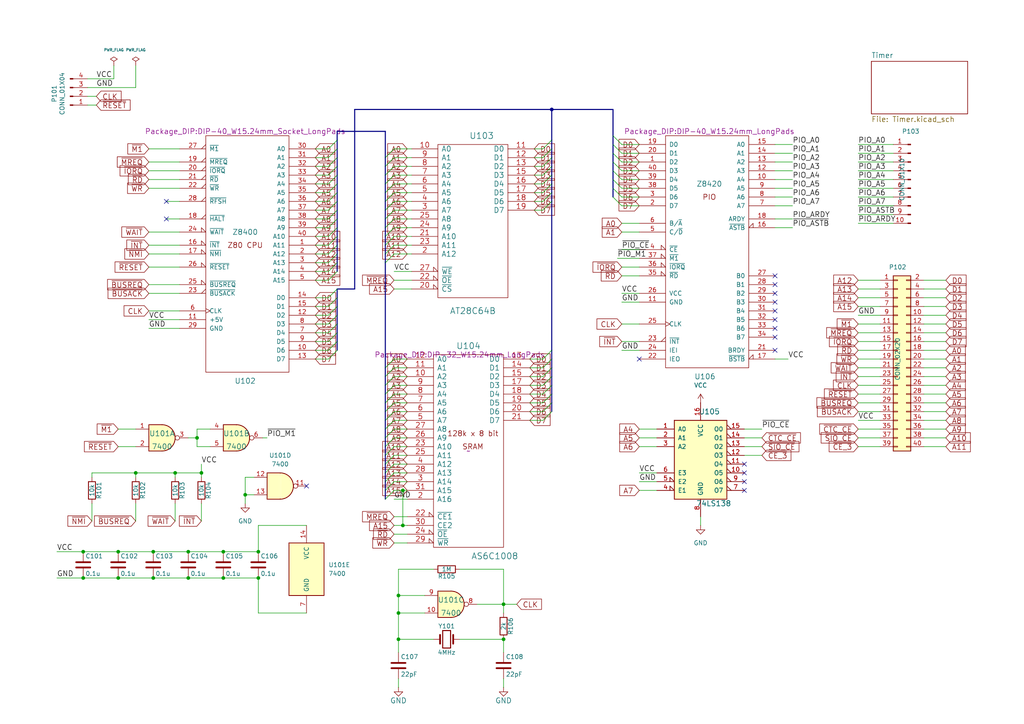
<source format=kicad_sch>
(kicad_sch (version 20250114) (generator "eeschema") (generator_version "9.0")
  (paper "A4")
  (title_block (date "5 feb 2015"))
  (lib_symbols
    (symbol "7400_1" (pin_names (offset 0.762))
      (property "Reference" "U" (at 0 1.27 0))
      (property "Value" "7400" (at 0 -2.54 0))
      (symbol "7400_1_0_0"
        (pin power_in line (at -5.08 5.08 270) (length 0) (hide yes) (name "VCC") (number "14"))
        (pin power_in line (at -5.08 -5.08 90) (length 0) (hide yes) (name "GND") (number "7"))
      )
      (symbol "7400_1_1_1"
        (pin input line (at -15.24 2.54 0) (length 7.62) (name "~") (number "1"))
        (pin input line (at -15.24 -2.54 0) (length 7.62) (name "~") (number "2"))
        (pin output inverted (at 15.24 0 180) (length 7.62) (name "~") (number "3"))
      )
      (symbol "7400_1_1_2"
        (pin input inverted (at -15.24 2.54 0) (length 9.398) (name "~") (number "1"))
        (pin input inverted (at -15.24 -2.54 0) (length 9.398) (name "~") (number "2"))
        (pin output line (at 15.24 0 180) (length 7.62) (name "~") (number "3"))
      )
      (symbol "7400_1_2_1"
        (pin input line (at -15.24 2.54 0) (length 7.62) (name "~") (number "4"))
        (pin input line (at -15.24 -2.54 0) (length 7.62) (name "~") (number "5"))
        (pin output inverted (at 15.24 0 180) (length 7.62) (name "~") (number "6"))
      )
      (symbol "7400_1_2_2"
        (pin input inverted (at -15.24 2.54 0) (length 9.398) (name "~") (number "4"))
        (pin input inverted (at -15.24 -2.54 0) (length 9.398) (name "~") (number "5"))
        (pin output line (at 15.24 0 180) (length 7.62) (name "~") (number "6"))
      )
      (symbol "7400_1_3_1"
        (pin input line (at -15.24 2.54 0) (length 7.62) (name "~") (number "9"))
        (pin input line (at -15.24 -2.54 0) (length 7.62) (name "~") (number "10"))
        (pin output inverted (at 15.24 0 180) (length 7.62) (name "~") (number "8"))
      )
      (symbol "7400_1_3_2"
        (pin input inverted (at -15.24 2.54 0) (length 9.398) (name "~") (number "9"))
        (pin input inverted (at -15.24 -2.54 0) (length 9.398) (name "~") (number "10"))
        (pin output line (at 15.24 0 180) (length 7.62) (name "~") (number "8"))
      )
      (symbol "7400_1_4_1"
        (pin input line (at -15.24 2.54 0) (length 7.62) (name "~") (number "12"))
        (pin input line (at -15.24 -2.54 0) (length 7.62) (name "~") (number "13"))
        (pin output inverted (at 15.24 0 180) (length 7.62) (name "~") (number "11"))
      )
      (symbol "7400_1_4_2"
        (pin input inverted (at -15.24 2.54 0) (length 9.398) (name "~") (number "12"))
        (pin input inverted (at -15.24 -2.54 0) (length 9.398) (name "~") (number "13"))
        (pin output line (at 15.24 0 180) (length 7.62) (name "~") (number "11"))
      )
    )
    (symbol "7400_2" (pin_names (offset 0.762))
      (property "Reference" "U" (at 0 1.27 0))
      (property "Value" "7400" (at 0 -2.54 0))
      (symbol "7400_2_0_0"
        (pin power_in line (at -5.08 5.08 270) (length 0) (hide yes) (name "VCC") (number "14"))
        (pin power_in line (at -5.08 -5.08 90) (length 0) (hide yes) (name "GND") (number "7"))
      )
      (symbol "7400_2_1_1"
        (pin input line (at -15.24 2.54 0) (length 7.62) (name "~") (number "1"))
        (pin input line (at -15.24 -2.54 0) (length 7.62) (name "~") (number "2"))
        (pin output inverted (at 15.24 0 180) (length 7.62) (name "~") (number "3"))
      )
      (symbol "7400_2_1_2"
        (pin input inverted (at -15.24 2.54 0) (length 9.398) (name "~") (number "1"))
        (pin input inverted (at -15.24 -2.54 0) (length 9.398) (name "~") (number "2"))
        (pin output line (at 15.24 0 180) (length 7.62) (name "~") (number "3"))
      )
      (symbol "7400_2_2_1"
        (pin input line (at -15.24 2.54 0) (length 7.62) (name "~") (number "4"))
        (pin input line (at -15.24 -2.54 0) (length 7.62) (name "~") (number "5"))
        (pin output inverted (at 15.24 0 180) (length 7.62) (name "~") (number "6"))
      )
      (symbol "7400_2_2_2"
        (pin input inverted (at -15.24 2.54 0) (length 9.398) (name "~") (number "4"))
        (pin input inverted (at -15.24 -2.54 0) (length 9.398) (name "~") (number "5"))
        (pin output line (at 15.24 0 180) (length 7.62) (name "~") (number "6"))
      )
      (symbol "7400_2_3_1"
        (pin input line (at -15.24 2.54 0) (length 7.62) (name "~") (number "9"))
        (pin input line (at -15.24 -2.54 0) (length 7.62) (name "~") (number "10"))
        (pin output inverted (at 15.24 0 180) (length 7.62) (name "~") (number "8"))
      )
      (symbol "7400_2_3_2"
        (pin input inverted (at -15.24 2.54 0) (length 9.398) (name "~") (number "9"))
        (pin input inverted (at -15.24 -2.54 0) (length 9.398) (name "~") (number "10"))
        (pin output line (at 15.24 0 180) (length 7.62) (name "~") (number "8"))
      )
      (symbol "7400_2_4_1"
        (pin input line (at -15.24 2.54 0) (length 7.62) (name "~") (number "12"))
        (pin input line (at -15.24 -2.54 0) (length 7.62) (name "~") (number "13"))
        (pin output inverted (at 15.24 0 180) (length 7.62) (name "~") (number "11"))
      )
      (symbol "7400_2_4_2"
        (pin input inverted (at -15.24 2.54 0) (length 9.398) (name "~") (number "12"))
        (pin input inverted (at -15.24 -2.54 0) (length 9.398) (name "~") (number "13"))
        (pin output line (at 15.24 0 180) (length 7.62) (name "~") (number "11"))
      )
    )
    (symbol "7400_3" (pin_names (offset 0.762))
      (property "Reference" "U" (at 0 1.27 0))
      (property "Value" "7400" (at 0 -2.54 0))
      (symbol "7400_3_0_0"
        (pin power_in line (at -5.08 5.08 270) (length 0) (hide yes) (name "VCC") (number "14"))
        (pin power_in line (at -5.08 -5.08 90) (length 0) (hide yes) (name "GND") (number "7"))
      )
      (symbol "7400_3_1_1"
        (pin input line (at -15.24 2.54 0) (length 7.62) (name "~") (number "1"))
        (pin input line (at -15.24 -2.54 0) (length 7.62) (name "~") (number "2"))
        (pin output inverted (at 15.24 0 180) (length 7.62) (name "~") (number "3"))
      )
      (symbol "7400_3_1_2"
        (pin input inverted (at -15.24 2.54 0) (length 9.398) (name "~") (number "1"))
        (pin input inverted (at -15.24 -2.54 0) (length 9.398) (name "~") (number "2"))
        (pin output line (at 15.24 0 180) (length 7.62) (name "~") (number "3"))
      )
      (symbol "7400_3_2_1"
        (pin input line (at -15.24 2.54 0) (length 7.62) (name "~") (number "4"))
        (pin input line (at -15.24 -2.54 0) (length 7.62) (name "~") (number "5"))
        (pin output inverted (at 15.24 0 180) (length 7.62) (name "~") (number "6"))
      )
      (symbol "7400_3_2_2"
        (pin input inverted (at -15.24 2.54 0) (length 9.398) (name "~") (number "4"))
        (pin input inverted (at -15.24 -2.54 0) (length 9.398) (name "~") (number "5"))
        (pin output line (at 15.24 0 180) (length 7.62) (name "~") (number "6"))
      )
      (symbol "7400_3_3_1"
        (pin input line (at -15.24 2.54 0) (length 7.62) (name "~") (number "9"))
        (pin input line (at -15.24 -2.54 0) (length 7.62) (name "~") (number "10"))
        (pin output inverted (at 15.24 0 180) (length 7.62) (name "~") (number "8"))
      )
      (symbol "7400_3_3_2"
        (pin input inverted (at -15.24 2.54 0) (length 9.398) (name "~") (number "9"))
        (pin input inverted (at -15.24 -2.54 0) (length 9.398) (name "~") (number "10"))
        (pin output line (at 15.24 0 180) (length 7.62) (name "~") (number "8"))
      )
      (symbol "7400_3_4_1"
        (pin input line (at -15.24 2.54 0) (length 7.62) (name "~") (number "12"))
        (pin input line (at -15.24 -2.54 0) (length 7.62) (name "~") (number "13"))
        (pin output inverted (at 15.24 0 180) (length 7.62) (name "~") (number "11"))
      )
      (symbol "7400_3_4_2"
        (pin input inverted (at -15.24 2.54 0) (length 9.398) (name "~") (number "12"))
        (pin input inverted (at -15.24 -2.54 0) (length 9.398) (name "~") (number "13"))
        (pin output line (at 15.24 0 180) (length 7.62) (name "~") (number "11"))
      )
    )
    (symbol "74LS138_1" (pin_names (offset 1.016))
      (property "Reference" "U" (at 2.54 12.7 0))
      (property "Value" "74LS138" (at 3.81 -13.9446 0))
      (symbol "74LS138_1_1_1"
        (pin input line (at -15.24 8.89 0) (length 7.62) (name "A0") (number "1"))
        (pin input line (at -15.24 6.35 0) (length 7.62) (name "A1") (number "2"))
        (pin input line (at -15.24 3.81 0) (length 7.62) (name "A2") (number "3"))
        (pin input line (at -15.24 -3.81 0) (length 7.62) (name "E3") (number "6"))
        (pin input input_low (at -15.24 -6.35 0) (length 7.62) (name "E2") (number "5"))
        (pin input input_low (at -15.24 -8.89 0) (length 7.62) (name "E1") (number "4"))
        (pin power_in line (at 0 11.43 270) (length 0) (hide yes) (name "VCC") (number "16"))
        (pin power_in line (at 0 -11.43 90) (length 0) (hide yes) (name "GND") (number "8"))
        (pin output output_low (at 15.24 8.89 180) (length 7.62) (name "O0") (number "15"))
        (pin output output_low (at 15.24 6.35 180) (length 7.62) (name "O1") (number "14"))
        (pin output output_low (at 15.24 3.81 180) (length 7.62) (name "O2") (number "13"))
        (pin output output_low (at 15.24 1.27 180) (length 7.62) (name "O3") (number "12"))
        (pin output output_low (at 15.24 -1.27 180) (length 7.62) (name "O4") (number "11"))
        (pin output output_low (at 15.24 -3.81 180) (length 7.62) (name "O5") (number "10"))
        (pin output output_low (at 15.24 -6.35 180) (length 7.62) (name "O6") (number "9"))
        (pin output output_low (at 15.24 -8.89 180) (length 7.62) (name "O7") (number "7"))
      )
    )
    (symbol "74xx:7400" (pin_names (offset 1.016))
      (property "Reference" "U" (at 0 1.27 0))
      (property "Value" "7400" (at 0 -1.27 0))
      (symbol "7400_1_1"
        (pin input line (at -7.62 2.54 0) (length 3.81) (name "~") (number "1"))
        (pin input line (at -7.62 -2.54 0) (length 3.81) (name "~") (number "2"))
        (pin output inverted (at 7.62 0 180) (length 3.81) (name "~") (number "3"))
      )
      (symbol "7400_1_2"
        (pin input inverted (at -7.62 2.54 0) (length 4.318) (name "~") (number "1"))
        (pin input inverted (at -7.62 -2.54 0) (length 4.318) (name "~") (number "2"))
        (pin output line (at 7.62 0 180) (length 3.81) (name "~") (number "3"))
      )
      (symbol "7400_2_1"
        (pin input line (at -7.62 2.54 0) (length 3.81) (name "~") (number "4"))
        (pin input line (at -7.62 -2.54 0) (length 3.81) (name "~") (number "5"))
        (pin output inverted (at 7.62 0 180) (length 3.81) (name "~") (number "6"))
      )
      (symbol "7400_2_2"
        (pin input inverted (at -7.62 2.54 0) (length 4.318) (name "~") (number "4"))
        (pin input inverted (at -7.62 -2.54 0) (length 4.318) (name "~") (number "5"))
        (pin output line (at 7.62 0 180) (length 3.81) (name "~") (number "6"))
      )
      (symbol "7400_3_1"
        (pin input line (at -7.62 2.54 0) (length 3.81) (name "~") (number "9"))
        (pin input line (at -7.62 -2.54 0) (length 3.81) (name "~") (number "10"))
        (pin output inverted (at 7.62 0 180) (length 3.81) (name "~") (number "8"))
      )
      (symbol "7400_3_2"
        (pin input inverted (at -7.62 2.54 0) (length 4.318) (name "~") (number "9"))
        (pin input inverted (at -7.62 -2.54 0) (length 4.318) (name "~") (number "10"))
        (pin output line (at 7.62 0 180) (length 3.81) (name "~") (number "8"))
      )
      (symbol "7400_4_1"
        (pin input line (at -7.62 2.54 0) (length 3.81) (name "~") (number "12"))
        (pin input line (at -7.62 -2.54 0) (length 3.81) (name "~") (number "13"))
        (pin output inverted (at 7.62 0 180) (length 3.81) (name "~") (number "11"))
      )
      (symbol "7400_4_2"
        (pin input inverted (at -7.62 2.54 0) (length 4.318) (name "~") (number "12"))
        (pin input inverted (at -7.62 -2.54 0) (length 4.318) (name "~") (number "13"))
        (pin output line (at 7.62 0 180) (length 3.81) (name "~") (number "11"))
      )
      (symbol "7400_5_0"
        (pin power_in line (at 0 12.7 270) (length 5.08) (name "VCC") (number "14"))
        (pin power_in line (at 0 -12.7 90) (length 5.08) (name "GND") (number "7"))
      )
    )
    (symbol "74xx:74LS138" (pin_names (offset 1.016))
      (property "Reference" "U" (at -7.62 11.43 0))
      (property "Value" "74LS138" (at -7.62 -13.97 0))
      (symbol "74LS138_1_0"
        (pin input line (at -12.7 7.62 0) (length 5.08) (name "A0") (number "1"))
        (pin input line (at -12.7 5.08 0) (length 5.08) (name "A1") (number "2"))
        (pin input line (at -12.7 2.54 0) (length 5.08) (name "A2") (number "3"))
        (pin input line (at -12.7 -5.08 0) (length 5.08) (name "E3") (number "6"))
        (pin input input_low (at -12.7 -7.62 0) (length 5.08) (name "E2") (number "5"))
        (pin input input_low (at -12.7 -10.16 0) (length 5.08) (name "E1") (number "4"))
        (pin power_in line (at 0 15.24 270) (length 5.08) (name "VCC") (number "16"))
        (pin power_in line (at 0 -17.78 90) (length 5.08) (name "GND") (number "8"))
        (pin output output_low (at 12.7 7.62 180) (length 5.08) (name "O0") (number "15"))
        (pin output output_low (at 12.7 5.08 180) (length 5.08) (name "O1") (number "14"))
        (pin output output_low (at 12.7 2.54 180) (length 5.08) (name "O2") (number "13"))
        (pin output output_low (at 12.7 0 180) (length 5.08) (name "O3") (number "12"))
        (pin output output_low (at 12.7 -2.54 180) (length 5.08) (name "O4") (number "11"))
        (pin output output_low (at 12.7 -5.08 180) (length 5.08) (name "O5") (number "10"))
        (pin output output_low (at 12.7 -7.62 180) (length 5.08) (name "O6") (number "9"))
        (pin output output_low (at 12.7 -10.16 180) (length 5.08) (name "O7") (number "7"))
      )
    )
    (symbol "AS6C1008_1" (pin_names (offset 1.016))
      (property "Reference" "U" (at 0 30.48 0))
      (property "Value" "AS6C1008" (at 7.62 -30.48 0))
      (symbol "AS6C1008_1_0_0"
        (text "128k x 8 bit" (at 1.27 5.08 0) (effects (font (size 1.524 1.524))))
        (text "SRAM" (at 1.27 1.27 0) (effects (font (size 1.524 1.524))))
        (pin power_in line (at 0 27.94 270) (length 0) (hide yes) (name "VCC") (number "32"))
        (pin power_in line (at 0 -27.94 90) (length 0) (hide yes) (name "GND") (number "16"))
      )
      (symbol "AS6C1008_1_1_1"
        (pin input line (at -17.78 26.67 0) (length 7.62) (name "A0") (number "12"))
        (pin input line (at -17.78 24.13 0) (length 7.62) (name "A1") (number "11"))
        (pin input line (at -17.78 21.59 0) (length 7.62) (name "A2") (number "10"))
        (pin input line (at -17.78 19.05 0) (length 7.62) (name "A3") (number "9"))
        (pin input line (at -17.78 16.51 0) (length 7.62) (name "A4") (number "8"))
        (pin input line (at -17.78 13.97 0) (length 7.62) (name "A5") (number "7"))
        (pin input line (at -17.78 11.43 0) (length 7.62) (name "A6") (number "6"))
        (pin input line (at -17.78 8.89 0) (length 7.62) (name "A7") (number "5"))
        (pin input line (at -17.78 6.35 0) (length 7.62) (name "A8") (number "27"))
        (pin input line (at -17.78 3.81 0) (length 7.62) (name "A9") (number "26"))
        (pin input line (at -17.78 1.27 0) (length 7.62) (name "A10") (number "23"))
        (pin input line (at -17.78 -1.27 0) (length 7.62) (name "A11") (number "25"))
        (pin input line (at -17.78 -3.81 0) (length 7.62) (name "A12") (number "4"))
        (pin input line (at -17.78 -6.35 0) (length 7.62) (name "A13") (number "28"))
        (pin input line (at -17.78 -8.89 0) (length 7.62) (name "A14") (number "3"))
        (pin input line (at -17.78 -11.43 0) (length 7.62) (name "A15") (number "31"))
        (pin input line (at -17.78 -13.97 0) (length 7.62) (name "A16") (number "2"))
        (pin input input_low (at -17.78 -19.05 0) (length 7.62) (name "~{CE1}") (number "22"))
        (pin input line (at -17.78 -21.59 0) (length 7.62) (name "CE2") (number "30"))
        (pin input input_low (at -17.78 -24.13 0) (length 7.62) (name "~{OE}") (number "24"))
        (pin input input_low (at -17.78 -26.67 0) (length 7.62) (name "~{WR}") (number "29"))
        (pin tri_state line (at 17.78 26.67 180) (length 7.62) (name "D0") (number "13"))
        (pin tri_state line (at 17.78 24.13 180) (length 7.62) (name "D1") (number "14"))
        (pin tri_state line (at 17.78 21.59 180) (length 7.62) (name "D2") (number "15"))
        (pin tri_state line (at 17.78 19.05 180) (length 7.62) (name "D3") (number "17"))
        (pin tri_state line (at 17.78 16.51 180) (length 7.62) (name "D4") (number "18"))
        (pin tri_state line (at 17.78 13.97 180) (length 7.62) (name "D5") (number "19"))
        (pin tri_state line (at 17.78 11.43 180) (length 7.62) (name "D6") (number "20"))
        (pin tri_state line (at 17.78 8.89 180) (length 7.62) (name "D7") (number "21"))
      )
    )
    (symbol "AT28C64B_1" (pin_names (offset 1.016))
      (property "Reference" "U" (at 2.54 26.67 0))
      (property "Value" "AT28C64B" (at 0 -24.13 0))
      (symbol "AT28C64B_1_0_0"
        (pin power_in line (at 0 24.13 270) (length 0) (hide yes) (name "VCC") (number "28"))
        (pin power_in line (at 0 -20.32 90) (length 0) (hide yes) (name "GND") (number "14"))
      )
      (symbol "AT28C64B_1_1_1"
        (pin input line (at -17.78 22.86 0) (length 7.62) (name "A0") (number "10"))
        (pin input line (at -17.78 20.32 0) (length 7.62) (name "A1") (number "9"))
        (pin input line (at -17.78 17.78 0) (length 7.62) (name "A2") (number "8"))
        (pin input line (at -17.78 15.24 0) (length 7.62) (name "A3") (number "7"))
        (pin input line (at -17.78 12.7 0) (length 7.62) (name "A4") (number "6"))
        (pin input line (at -17.78 10.16 0) (length 7.62) (name "A5") (number "5"))
        (pin input line (at -17.78 7.62 0) (length 7.62) (name "A6") (number "4"))
        (pin input line (at -17.78 5.08 0) (length 7.62) (name "A7") (number "3"))
        (pin input line (at -17.78 2.54 0) (length 7.62) (name "A8") (number "25"))
        (pin input line (at -17.78 0 0) (length 7.62) (name "A9") (number "24"))
        (pin input line (at -17.78 -2.54 0) (length 7.62) (name "A10") (number "21"))
        (pin input line (at -17.78 -5.08 0) (length 7.62) (name "A11") (number "23"))
        (pin input line (at -17.78 -7.62 0) (length 7.62) (name "A12") (number "2"))
        (pin input input_low (at -17.78 -12.7 0) (length 7.62) (name "~{WE}") (number "27"))
        (pin input input_low (at -17.78 -15.24 0) (length 7.62) (name "~{OE}") (number "22"))
        (pin input input_low (at -17.78 -17.78 0) (length 7.62) (name "~{CS}") (number "20"))
        (pin tri_state line (at 17.78 22.86 180) (length 7.62) (name "D0") (number "11"))
        (pin tri_state line (at 17.78 20.32 180) (length 7.62) (name "D1") (number "12"))
        (pin tri_state line (at 17.78 17.78 180) (length 7.62) (name "D2") (number "13"))
        (pin tri_state line (at 17.78 15.24 180) (length 7.62) (name "D3") (number "15"))
        (pin tri_state line (at 17.78 12.7 180) (length 7.62) (name "D4") (number "16"))
        (pin tri_state line (at 17.78 10.16 180) (length 7.62) (name "D5") (number "17"))
        (pin tri_state line (at 17.78 7.62 180) (length 7.62) (name "D6") (number "18"))
        (pin tri_state line (at 17.78 5.08 180) (length 7.62) (name "D7") (number "19"))
      )
    )
    (symbol "CONN_01X04_1" (pin_names (offset 1.016) (hide yes))
      (property "Reference" "P" (at 0 6.35 0))
      (property "Value" "CONN_01X04" (at 2.54 0 90))
      (symbol "CONN_01X04_1_1_1"
        (pin passive line (at -5.08 3.81 0) (length 3.81) (name "P1") (number "1"))
        (pin passive line (at -5.08 1.27 0) (length 3.81) (name "P2") (number "2"))
        (pin passive line (at -5.08 -1.27 0) (length 3.81) (name "P3") (number "3"))
        (pin passive line (at -5.08 -3.81 0) (length 3.81) (name "P4") (number "4"))
      )
    )
    (symbol "CONN_01X10_1" (pin_names (offset 1.016) (hide yes))
      (property "Reference" "P" (at 0 13.97 0))
      (property "Value" "CONN_01X10" (at 2.54 0 90))
      (symbol "CONN_01X10_1_1_1"
        (pin passive line (at -5.08 11.43 0) (length 3.81) (name "P1") (number "1"))
        (pin passive line (at -5.08 8.89 0) (length 3.81) (name "P2") (number "2"))
        (pin passive line (at -5.08 6.35 0) (length 3.81) (name "P3") (number "3"))
        (pin passive line (at -5.08 3.81 0) (length 3.81) (name "P4") (number "4"))
        (pin passive line (at -5.08 1.27 0) (length 3.81) (name "P5") (number "5"))
        (pin passive line (at -5.08 -1.27 0) (length 3.81) (name "P6") (number "6"))
        (pin passive line (at -5.08 -3.81 0) (length 3.81) (name "P7") (number "7"))
        (pin passive line (at -5.08 -6.35 0) (length 3.81) (name "P8") (number "8"))
        (pin passive line (at -5.08 -8.89 0) (length 3.81) (name "P9") (number "9"))
        (pin passive line (at -5.08 -11.43 0) (length 3.81) (name "P10") (number "10"))
      )
    )
    (symbol "CONN_02X20_1" (pin_names (offset 0.0254) (hide yes))
      (property "Reference" "P" (at 0 26.67 0))
      (property "Value" "CONN_02X20" (at 0 0 90))
      (symbol "CONN_02X20_1_1_1"
        (pin passive line (at -6.35 24.13 0) (length 3.81) (name "P1") (number "1"))
        (pin passive line (at -6.35 21.59 0) (length 3.81) (name "P3") (number "3"))
        (pin passive line (at -6.35 19.05 0) (length 3.81) (name "P5") (number "5"))
        (pin passive line (at -6.35 16.51 0) (length 3.81) (name "P7") (number "7"))
        (pin passive line (at -6.35 13.97 0) (length 3.81) (name "P9") (number "9"))
        (pin passive line (at -6.35 11.43 0) (length 3.81) (name "P11") (number "11"))
        (pin passive line (at -6.35 8.89 0) (length 3.81) (name "P13") (number "13"))
        (pin passive line (at -6.35 6.35 0) (length 3.81) (name "P15") (number "15"))
        (pin passive line (at -6.35 3.81 0) (length 3.81) (name "P17") (number "17"))
        (pin passive line (at -6.35 1.27 0) (length 3.81) (name "P19") (number "19"))
        (pin passive line (at -6.35 -1.27 0) (length 3.81) (name "P21") (number "21"))
        (pin passive line (at -6.35 -3.81 0) (length 3.81) (name "P23") (number "23"))
        (pin passive line (at -6.35 -6.35 0) (length 3.81) (name "P25") (number "25"))
        (pin passive line (at -6.35 -8.89 0) (length 3.81) (name "P27") (number "27"))
        (pin passive line (at -6.35 -11.43 0) (length 3.81) (name "P29") (number "29"))
        (pin passive line (at -6.35 -13.97 0) (length 3.81) (name "P31") (number "31"))
        (pin passive line (at -6.35 -16.51 0) (length 3.81) (name "P33") (number "33"))
        (pin passive line (at -6.35 -19.05 0) (length 3.81) (name "P35") (number "35"))
        (pin passive line (at -6.35 -21.59 0) (length 3.81) (name "P37") (number "37"))
        (pin passive line (at -6.35 -24.13 0) (length 3.81) (name "P39") (number "39"))
        (pin passive line (at 6.35 24.13 180) (length 3.81) (name "P2") (number "2"))
        (pin passive line (at 6.35 21.59 180) (length 3.81) (name "P4") (number "4"))
        (pin passive line (at 6.35 19.05 180) (length 3.81) (name "P6") (number "6"))
        (pin passive line (at 6.35 16.51 180) (length 3.81) (name "P8") (number "8"))
        (pin passive line (at 6.35 13.97 180) (length 3.81) (name "P10") (number "10"))
        (pin passive line (at 6.35 11.43 180) (length 3.81) (name "P12") (number "12"))
        (pin passive line (at 6.35 8.89 180) (length 3.81) (name "P14") (number "14"))
        (pin passive line (at 6.35 6.35 180) (length 3.81) (name "P16") (number "16"))
        (pin passive line (at 6.35 3.81 180) (length 3.81) (name "P18") (number "18"))
        (pin passive line (at 6.35 1.27 180) (length 3.81) (name "P20") (number "20"))
        (pin passive line (at 6.35 -1.27 180) (length 3.81) (name "P22") (number "22"))
        (pin passive line (at 6.35 -3.81 180) (length 3.81) (name "P24") (number "24"))
        (pin passive line (at 6.35 -6.35 180) (length 3.81) (name "P26") (number "26"))
        (pin passive line (at 6.35 -8.89 180) (length 3.81) (name "P28") (number "28"))
        (pin passive line (at 6.35 -11.43 180) (length 3.81) (name "P30") (number "30"))
        (pin passive line (at 6.35 -13.97 180) (length 3.81) (name "P32") (number "32"))
        (pin passive line (at 6.35 -16.51 180) (length 3.81) (name "P34") (number "34"))
        (pin passive line (at 6.35 -19.05 180) (length 3.81) (name "P36") (number "36"))
        (pin passive line (at 6.35 -21.59 180) (length 3.81) (name "P38") (number "38"))
        (pin passive line (at 6.35 -24.13 180) (length 3.81) (name "P40") (number "40"))
      )
    )
    (symbol "C_1" (pin_numbers (hide yes)) (pin_names (offset 0.254))
      (property "Reference" "C" (at 0.635 2.54 0))
      (property "Value" "C" (at 0.635 -2.54 0))
      (symbol "C_1_1_1"
        (pin passive line (at 0 3.81 270) (length 2.794) (name "~") (number "1"))
        (pin passive line (at 0 -3.81 90) (length 2.794) (name "~") (number "2"))
      )
    )
    (symbol "C_2" (pin_numbers (hide yes)) (pin_names (offset 0.254))
      (property "Reference" "C" (at 0.635 2.54 0))
      (property "Value" "C" (at 0.635 -2.54 0))
      (symbol "C_2_1_1"
        (pin passive line (at 0 3.81 270) (length 2.794) (name "~") (number "1"))
        (pin passive line (at 0 -3.81 90) (length 2.794) (name "~") (number "2"))
      )
    )
    (symbol "C_3" (pin_numbers (hide yes)) (pin_names (offset 0.254))
      (property "Reference" "C" (at 0.635 2.54 0))
      (property "Value" "C" (at 0.635 -2.54 0))
      (symbol "C_3_1_1"
        (pin passive line (at 0 3.81 270) (length 2.794) (name "~") (number "1"))
        (pin passive line (at 0 -3.81 90) (length 2.794) (name "~") (number "2"))
      )
    )
    (symbol "C_4" (pin_numbers (hide yes)) (pin_names (offset 0.254))
      (property "Reference" "C" (at 0.635 2.54 0))
      (property "Value" "C" (at 0.635 -2.54 0))
      (symbol "C_4_1_1"
        (pin passive line (at 0 3.81 270) (length 2.794) (name "~") (number "1"))
        (pin passive line (at 0 -3.81 90) (length 2.794) (name "~") (number "2"))
      )
    )
    (symbol "C_5" (pin_numbers (hide yes)) (pin_names (offset 0.254))
      (property "Reference" "C" (at 0.635 2.54 0))
      (property "Value" "C" (at 0.635 -2.54 0))
      (symbol "C_5_1_1"
        (pin passive line (at 0 3.81 270) (length 2.794) (name "~") (number "1"))
        (pin passive line (at 0 -3.81 90) (length 2.794) (name "~") (number "2"))
      )
    )
    (symbol "C_6" (pin_numbers (hide yes)) (pin_names (offset 0.254))
      (property "Reference" "C" (at 0.635 2.54 0))
      (property "Value" "C" (at 0.635 -2.54 0))
      (symbol "C_6_1_1"
        (pin passive line (at 0 3.81 270) (length 2.794) (name "~") (number "1"))
        (pin passive line (at 0 -3.81 90) (length 2.794) (name "~") (number "2"))
      )
    )
    (symbol "C_7" (pin_numbers (hide yes)) (pin_names (offset 0.254))
      (property "Reference" "C" (at 0.635 2.54 0))
      (property "Value" "C" (at 0.635 -2.54 0))
      (symbol "C_7_1_1"
        (pin passive line (at 0 3.81 270) (length 2.794) (name "~") (number "1"))
        (pin passive line (at 0 -3.81 90) (length 2.794) (name "~") (number "2"))
      )
    )
    (symbol "C_8" (pin_numbers (hide yes)) (pin_names (offset 0.254))
      (property "Reference" "C" (at 0.635 2.54 0))
      (property "Value" "C" (at 0.635 -2.54 0))
      (symbol "C_8_1_1"
        (pin passive line (at 0 3.81 270) (length 2.794) (name "~") (number "1"))
        (pin passive line (at 0 -3.81 90) (length 2.794) (name "~") (number "2"))
      )
    )
    (symbol "Connector:Conn_01x04_Pin" (pin_names (offset 1.016) (hide yes))
      (property "Reference" "J" (at 0 5.08 0))
      (property "Value" "Conn_01x04_Pin" (at 0 -7.62 0))
      (symbol "Conn_01x04_Pin_1_1"
        (pin passive line (at 5.08 2.54 180) (length 3.81) (name "Pin_1") (number "1"))
        (pin passive line (at 5.08 0 180) (length 3.81) (name "Pin_2") (number "2"))
        (pin passive line (at 5.08 -2.54 180) (length 3.81) (name "Pin_3") (number "3"))
        (pin passive line (at 5.08 -5.08 180) (length 3.81) (name "Pin_4") (number "4"))
      )
    )
    (symbol "Connector:Conn_01x10_Pin" (pin_names (offset 1.016) (hide yes))
      (property "Reference" "J" (at 0 12.7 0))
      (property "Value" "Conn_01x10_Pin" (at 0 -15.24 0))
      (symbol "Conn_01x10_Pin_1_1"
        (pin passive line (at 5.08 10.16 180) (length 3.81) (name "Pin_1") (number "1"))
        (pin passive line (at 5.08 7.62 180) (length 3.81) (name "Pin_2") (number "2"))
        (pin passive line (at 5.08 5.08 180) (length 3.81) (name "Pin_3") (number "3"))
        (pin passive line (at 5.08 2.54 180) (length 3.81) (name "Pin_4") (number "4"))
        (pin passive line (at 5.08 0 180) (length 3.81) (name "Pin_5") (number "5"))
        (pin passive line (at 5.08 -2.54 180) (length 3.81) (name "Pin_6") (number "6"))
        (pin passive line (at 5.08 -5.08 180) (length 3.81) (name "Pin_7") (number "7"))
        (pin passive line (at 5.08 -7.62 180) (length 3.81) (name "Pin_8") (number "8"))
        (pin passive line (at 5.08 -10.16 180) (length 3.81) (name "Pin_9") (number "9"))
        (pin passive line (at 5.08 -12.7 180) (length 3.81) (name "Pin_10") (number "10"))
      )
    )
    (symbol "Connector_Generic:Conn_02x20_Odd_Even" (pin_names (offset 1.016) (hide yes))
      (property "Reference" "J" (at 1.27 25.4 0))
      (property "Value" "Conn_02x20_Odd_Even" (at 1.27 -27.94 0))
      (symbol "Conn_02x20_Odd_Even_1_1"
        (pin passive line (at -5.08 22.86 0) (length 3.81) (name "Pin_1") (number "1"))
        (pin passive line (at -5.08 20.32 0) (length 3.81) (name "Pin_3") (number "3"))
        (pin passive line (at -5.08 17.78 0) (length 3.81) (name "Pin_5") (number "5"))
        (pin passive line (at -5.08 15.24 0) (length 3.81) (name "Pin_7") (number "7"))
        (pin passive line (at -5.08 12.7 0) (length 3.81) (name "Pin_9") (number "9"))
        (pin passive line (at -5.08 10.16 0) (length 3.81) (name "Pin_11") (number "11"))
        (pin passive line (at -5.08 7.62 0) (length 3.81) (name "Pin_13") (number "13"))
        (pin passive line (at -5.08 5.08 0) (length 3.81) (name "Pin_15") (number "15"))
        (pin passive line (at -5.08 2.54 0) (length 3.81) (name "Pin_17") (number "17"))
        (pin passive line (at -5.08 0 0) (length 3.81) (name "Pin_19") (number "19"))
        (pin passive line (at -5.08 -2.54 0) (length 3.81) (name "Pin_21") (number "21"))
        (pin passive line (at -5.08 -5.08 0) (length 3.81) (name "Pin_23") (number "23"))
        (pin passive line (at -5.08 -7.62 0) (length 3.81) (name "Pin_25") (number "25"))
        (pin passive line (at -5.08 -10.16 0) (length 3.81) (name "Pin_27") (number "27"))
        (pin passive line (at -5.08 -12.7 0) (length 3.81) (name "Pin_29") (number "29"))
        (pin passive line (at -5.08 -15.24 0) (length 3.81) (name "Pin_31") (number "31"))
        (pin passive line (at -5.08 -17.78 0) (length 3.81) (name "Pin_33") (number "33"))
        (pin passive line (at -5.08 -20.32 0) (length 3.81) (name "Pin_35") (number "35"))
        (pin passive line (at -5.08 -22.86 0) (length 3.81) (name "Pin_37") (number "37"))
        (pin passive line (at -5.08 -25.4 0) (length 3.81) (name "Pin_39") (number "39"))
        (pin passive line (at 7.62 22.86 180) (length 3.81) (name "Pin_2") (number "2"))
        (pin passive line (at 7.62 20.32 180) (length 3.81) (name "Pin_4") (number "4"))
        (pin passive line (at 7.62 17.78 180) (length 3.81) (name "Pin_6") (number "6"))
        (pin passive line (at 7.62 15.24 180) (length 3.81) (name "Pin_8") (number "8"))
        (pin passive line (at 7.62 12.7 180) (length 3.81) (name "Pin_10") (number "10"))
        (pin passive line (at 7.62 10.16 180) (length 3.81) (name "Pin_12") (number "12"))
        (pin passive line (at 7.62 7.62 180) (length 3.81) (name "Pin_14") (number "14"))
        (pin passive line (at 7.62 5.08 180) (length 3.81) (name "Pin_16") (number "16"))
        (pin passive line (at 7.62 2.54 180) (length 3.81) (name "Pin_18") (number "18"))
        (pin passive line (at 7.62 0 180) (length 3.81) (name "Pin_20") (number "20"))
        (pin passive line (at 7.62 -2.54 180) (length 3.81) (name "Pin_22") (number "22"))
        (pin passive line (at 7.62 -5.08 180) (length 3.81) (name "Pin_24") (number "24"))
        (pin passive line (at 7.62 -7.62 180) (length 3.81) (name "Pin_26") (number "26"))
        (pin passive line (at 7.62 -10.16 180) (length 3.81) (name "Pin_28") (number "28"))
        (pin passive line (at 7.62 -12.7 180) (length 3.81) (name "Pin_30") (number "30"))
        (pin passive line (at 7.62 -15.24 180) (length 3.81) (name "Pin_32") (number "32"))
        (pin passive line (at 7.62 -17.78 180) (length 3.81) (name "Pin_34") (number "34"))
        (pin passive line (at 7.62 -20.32 180) (length 3.81) (name "Pin_36") (number "36"))
        (pin passive line (at 7.62 -22.86 180) (length 3.81) (name "Pin_38") (number "38"))
        (pin passive line (at 7.62 -25.4 180) (length 3.81) (name "Pin_40") (number "40"))
      )
    )
    (symbol "Crystal_1" (pin_numbers (hide yes)) (pin_names (offset 1.016) (hide yes))
      (property "Reference" "Y" (at 0 3.81 0))
      (property "Value" "Crystal" (at 0 -3.81 0))
      (symbol "Crystal_1_1_1"
        (pin passive line (at -3.81 0 0) (length 1.27) (name "1") (number "1"))
        (pin passive line (at 3.81 0 180) (length 1.27) (name "2") (number "2"))
      )
    )
    (symbol "Device:C" (pin_numbers (hide yes)) (pin_names (offset 0.254))
      (property "Reference" "C" (at 0.635 2.54 0))
      (property "Value" "C" (at 0.635 -2.54 0))
      (symbol "C_1_1"
        (pin passive line (at 0 3.81 270) (length 2.794) (name "~") (number "1"))
        (pin passive line (at 0 -3.81 90) (length 2.794) (name "~") (number "2"))
      )
    )
    (symbol "Device:Crystal" (pin_numbers (hide yes)) (pin_names (offset 1.016) (hide yes))
      (property "Reference" "Y" (at 0 3.81 0))
      (property "Value" "Crystal" (at 0 -3.81 0))
      (symbol "Crystal_1_1"
        (pin passive line (at -3.81 0 0) (length 1.27) (name "1") (number "1"))
        (pin passive line (at 3.81 0 180) (length 1.27) (name "2") (number "2"))
      )
    )
    (symbol "Device:R" (pin_numbers (hide yes)) (pin_names (offset 0))
      (property "Reference" "R" (at 2.032 0 90))
      (property "Value" "R" (at 0 0 90))
      (symbol "R_1_1"
        (pin passive line (at 0 3.81 270) (length 1.27) (name "~") (number "1"))
        (pin passive line (at 0 -3.81 90) (length 1.27) (name "~") (number "2"))
      )
    )
    (symbol "GND_1" (power) (pin_names (offset 0))
      (property "Value" "GND" (at 0 -3.81 0))
      (symbol "GND_1_1_1"
        (pin power_in line (at 0 0 270) (length 0) (hide yes) (name "GND") (number "1"))
      )
    )
    (symbol "GND_2" (power) (pin_names (offset 0))
      (property "Value" "GND" (at 0 -3.81 0))
      (symbol "GND_2_1_1"
        (pin power_in line (at 0 0 270) (length 0) (hide yes) (name "GND") (number "1"))
      )
    )
    (symbol "PWR_FLAG_1" (power) (pin_numbers (hide yes)) (pin_names (offset 0) (hide yes))
      (property "Value" "PWR_FLAG" (at 0 4.572 0))
      (symbol "PWR_FLAG_1_0_0"
        (pin power_out line (at 0 0 90) (length 0) (name "pwr") (number "1"))
      )
    )
    (symbol "PWR_FLAG_2" (power) (pin_numbers (hide yes)) (pin_names (offset 0) (hide yes))
      (property "Value" "PWR_FLAG" (at 0 4.572 0))
      (symbol "PWR_FLAG_2_0_0"
        (pin power_out line (at 0 0 90) (length 0) (name "pwr") (number "1"))
      )
    )
    (symbol "R_1" (pin_numbers (hide yes)) (pin_names (offset 0))
      (property "Reference" "R" (at 2.032 0 90))
      (property "Value" "R" (at 0 0 90))
      (symbol "R_1_1_1"
        (pin passive line (at 0 3.81 270) (length 1.27) (name "~") (number "1"))
        (pin passive line (at 0 -3.81 90) (length 1.27) (name "~") (number "2"))
      )
    )
    (symbol "R_2" (pin_numbers (hide yes)) (pin_names (offset 0))
      (property "Reference" "R" (at 2.032 0 90))
      (property "Value" "R" (at 0 0 90))
      (symbol "R_2_1_1"
        (pin passive line (at 0 3.81 270) (length 1.27) (name "~") (number "1"))
        (pin passive line (at 0 -3.81 90) (length 1.27) (name "~") (number "2"))
      )
    )
    (symbol "R_3" (pin_numbers (hide yes)) (pin_names (offset 0))
      (property "Reference" "R" (at 2.032 0 90))
      (property "Value" "R" (at 0 0 90))
      (symbol "R_3_1_1"
        (pin passive line (at 0 3.81 270) (length 1.27) (name "~") (number "1"))
        (pin passive line (at 0 -3.81 90) (length 1.27) (name "~") (number "2"))
      )
    )
    (symbol "Z8400_1" (pin_names (offset 1.016))
      (property "Reference" "U" (at -1.27 -38.1 0))
      (property "Value" "Z8400" (at -1.27 5.08 0))
      (property "Footprint" "DIP-40__600_ELL" (at -1.27 34.29 0))
      (symbol "Z8400_1_0_0"
        (text "Z80 CPU" (at -1.27 1.27 0) (effects (font (size 1.524 1.524))))
      )
      (symbol "Z8400_1_1_1"
        (pin output output_low (at -20.32 29.21 0) (length 7.62) (name "~{M1}") (number "27"))
        (pin output output_low (at -20.32 25.4 0) (length 7.62) (name "~{MREQ}") (number "19"))
        (pin output output_low (at -20.32 22.86 0) (length 7.62) (name "~{IORQ}") (number "20"))
        (pin output output_low (at -20.32 20.32 0) (length 7.62) (name "~{RD}") (number "21"))
        (pin output output_low (at -20.32 17.78 0) (length 7.62) (name "~{WR}") (number "22"))
        (pin output output_low (at -20.32 13.97 0) (length 7.62) (name "~{RFSH}") (number "28"))
        (pin output output_low (at -20.32 8.89 0) (length 7.62) (name "~{HALT}") (number "18"))
        (pin input input_low (at -20.32 5.08 0) (length 7.62) (name "~{WAIT}") (number "24"))
        (pin input input_low (at -20.32 1.27 0) (length 7.62) (name "~{INT}") (number "16"))
        (pin input input_low (at -20.32 -1.27 0) (length 7.62) (name "~{NMI}") (number "17"))
        (pin input input_low (at -20.32 -5.08 0) (length 7.62) (name "~{RESET}") (number "26"))
        (pin input input_low (at -20.32 -10.16 0) (length 7.62) (name "~{BUSREQ}") (number "25"))
        (pin output output_low (at -20.32 -12.7 0) (length 7.62) (name "~{BUSACK}") (number "23"))
        (pin input clock (at -20.32 -17.78 0) (length 7.62) (name "CLK") (number "6"))
        (pin power_in line (at -20.32 -20.32 0) (length 7.62) (name "+5V") (number "11"))
        (pin power_in line (at -20.32 -22.86 0) (length 7.62) (name "GND") (number "29"))
        (pin output line (at 19.05 29.21 180) (length 7.62) (name "A0") (number "30"))
        (pin output line (at 19.05 26.67 180) (length 7.62) (name "A1") (number "31"))
        (pin output line (at 19.05 24.13 180) (length 7.62) (name "A2") (number "32"))
        (pin output line (at 19.05 21.59 180) (length 7.62) (name "A3") (number "33"))
        (pin output line (at 19.05 19.05 180) (length 7.62) (name "A4") (number "34"))
        (pin output line (at 19.05 16.51 180) (length 7.62) (name "A5") (number "35"))
        (pin output line (at 19.05 13.97 180) (length 7.62) (name "A6") (number "36"))
        (pin output line (at 19.05 11.43 180) (length 7.62) (name "A7") (number "37"))
        (pin output line (at 19.05 8.89 180) (length 7.62) (name "A8") (number "38"))
        (pin output line (at 19.05 6.35 180) (length 7.62) (name "A9") (number "39"))
        (pin output line (at 19.05 3.81 180) (length 7.62) (name "A10") (number "40"))
        (pin output line (at 19.05 1.27 180) (length 7.62) (name "A11") (number "1"))
        (pin output line (at 19.05 -1.27 180) (length 7.62) (name "A12") (number "2"))
        (pin output line (at 19.05 -3.81 180) (length 7.62) (name "A13") (number "3"))
        (pin output line (at 19.05 -6.35 180) (length 7.62) (name "A14") (number "4"))
        (pin output line (at 19.05 -8.89 180) (length 7.62) (name "A15") (number "5"))
        (pin bidirectional line (at 19.05 -13.97 180) (length 7.62) (name "D0") (number "14"))
        (pin bidirectional line (at 19.05 -16.51 180) (length 7.62) (name "D1") (number "15"))
        (pin bidirectional line (at 19.05 -19.05 180) (length 7.62) (name "D2") (number "12"))
        (pin bidirectional line (at 19.05 -21.59 180) (length 7.62) (name "D3") (number "8"))
        (pin bidirectional line (at 19.05 -24.13 180) (length 7.62) (name "D4") (number "7"))
        (pin bidirectional line (at 19.05 -26.67 180) (length 7.62) (name "D5") (number "9"))
        (pin bidirectional line (at 19.05 -29.21 180) (length 7.62) (name "D6") (number "10"))
        (pin bidirectional line (at 19.05 -31.75 180) (length 7.62) (name "D7") (number "13"))
      )
    )
    (symbol "Z8420_1" (pin_names (offset 1.016))
      (property "Reference" "U" (at -1.27 -36.83 0))
      (property "Value" "Z8420" (at 0 19.05 0))
      (property "Footprint" "DIP-40__600_ELL" (at 0 34.29 0))
      (symbol "Z8420_1_0_0"
        (text "PIO" (at 0 15.24 0) (effects (font (size 1.524 1.524))))
      )
      (symbol "Z8420_1_1_1"
        (pin bidirectional line (at -20.32 30.48 0) (length 7.62) (name "D0") (number "19"))
        (pin bidirectional line (at -20.32 27.94 0) (length 7.62) (name "D1") (number "20"))
        (pin bidirectional line (at -20.32 25.4 0) (length 7.62) (name "D2") (number "1"))
        (pin bidirectional line (at -20.32 22.86 0) (length 7.62) (name "D3") (number "40"))
        (pin bidirectional line (at -20.32 20.32 0) (length 7.62) (name "D4") (number "39"))
        (pin bidirectional line (at -20.32 17.78 0) (length 7.62) (name "D5") (number "38"))
        (pin bidirectional line (at -20.32 15.24 0) (length 7.62) (name "D6") (number "3"))
        (pin bidirectional line (at -20.32 12.7 0) (length 7.62) (name "D7") (number "2"))
        (pin input line (at -20.32 7.62 0) (length 7.62) (name "B/~{A}") (number "6"))
        (pin input line (at -20.32 5.08 0) (length 7.62) (name "C/~{D}") (number "5"))
        (pin input input_low (at -20.32 0 0) (length 7.62) (name "~{CE}") (number "4"))
        (pin input input_low (at -20.32 -2.54 0) (length 7.62) (name "~{M1}") (number "37"))
        (pin input input_low (at -20.32 -5.08 0) (length 7.62) (name "~{IORQ}") (number "36"))
        (pin input input_low (at -20.32 -7.62 0) (length 7.62) (name "~{RD}") (number "35"))
        (pin power_in line (at -20.32 -12.7 0) (length 7.62) (name "VCC") (number "28"))
        (pin power_in line (at -20.32 -15.24 0) (length 7.62) (name "GND") (number "11"))
        (pin input clock (at -20.32 -21.59 0) (length 7.62) (name "CLK") (number "25"))
        (pin output output_low (at -20.32 -26.67 0) (length 7.62) (name "~{INT}") (number "23"))
        (pin input line (at -20.32 -29.21 0) (length 7.62) (name "IEI") (number "24"))
        (pin output line (at -20.32 -31.75 0) (length 7.62) (name "IEO") (number "22"))
        (pin output line (at 19.05 30.48 180) (length 7.62) (name "A0") (number "15"))
        (pin output line (at 19.05 27.94 180) (length 7.62) (name "A1") (number "14"))
        (pin output line (at 19.05 25.4 180) (length 7.62) (name "A2") (number "13"))
        (pin output line (at 19.05 22.86 180) (length 7.62) (name "A3") (number "12"))
        (pin output line (at 19.05 20.32 180) (length 7.62) (name "A4") (number "10"))
        (pin output line (at 19.05 17.78 180) (length 7.62) (name "A5") (number "9"))
        (pin output line (at 19.05 15.24 180) (length 7.62) (name "A6") (number "8"))
        (pin output line (at 19.05 12.7 180) (length 7.62) (name "A7") (number "7"))
        (pin output line (at 19.05 8.89 180) (length 7.62) (name "ARDY") (number "18"))
        (pin input input_low (at 19.05 6.35 180) (length 7.62) (name "~{ASTB}") (number "16"))
        (pin bidirectional line (at 19.05 -7.62 180) (length 7.62) (name "B0") (number "27"))
        (pin bidirectional line (at 19.05 -10.16 180) (length 7.62) (name "B1") (number "28"))
        (pin bidirectional line (at 19.05 -12.7 180) (length 7.62) (name "B2") (number "29"))
        (pin bidirectional line (at 19.05 -15.24 180) (length 7.62) (name "B3") (number "30"))
        (pin bidirectional line (at 19.05 -17.78 180) (length 7.62) (name "B4") (number "31"))
        (pin bidirectional line (at 19.05 -20.32 180) (length 7.62) (name "B5") (number "32"))
        (pin bidirectional line (at 19.05 -22.86 180) (length 7.62) (name "B6") (number "33"))
        (pin bidirectional line (at 19.05 -25.4 180) (length 7.62) (name "B7") (number "34"))
        (pin output line (at 19.05 -29.21 180) (length 7.62) (name "BRDY") (number "21"))
        (pin input input_low (at 19.05 -31.75 180) (length 7.62) (name "~{BSTB}") (number "17"))
      )
    )
    (symbol "power:GND" (power) (pin_numbers (hide yes)) (pin_names (offset 0) (hide yes))
      (property "Value" "GND" (at 0 -3.81 0))
      (symbol "GND_1_1"
        (pin power_in line (at 0 0 270) (length 0) (name "~") (number "1"))
      )
    )
    (symbol "power:PWR_FLAG" (power) (pin_numbers (hide yes)) (pin_names (offset 0) (hide yes))
      (property "Value" "PWR_FLAG" (at 0 3.81 0))
      (symbol "PWR_FLAG_0_0"
        (pin power_out line (at 0 0 90) (length 0) (name "~") (number "1"))
      )
    )
    (symbol "power:VCC" (power) (pin_numbers (hide yes)) (pin_names (offset 0) (hide yes))
      (property "Value" "VCC" (at 0 3.556 0))
      (symbol "VCC_1_1"
        (pin power_in line (at 0 0 90) (length 0) (name "~") (number "1"))
      )
    )
    (symbol "z80-ownSymbols:AS6C1008" (pin_names (offset 1.016))
      (property "Reference" "U" (at 0 30.48 0))
      (property "Value" "AS6C1008" (at 7.62 -30.48 0))
      (symbol "AS6C1008_0_0"
        (text "128k x 8 bit" (at 1.27 5.08 0) (effects (font (size 1.524 1.524))))
        (text "SRAM" (at 1.27 1.27 0) (effects (font (size 1.524 1.524))))
        (pin power_in line (at 0 27.94 270) (length 0) (hide yes) (name "VCC") (number "32"))
        (pin power_in line (at 0 -27.94 90) (length 0) (hide yes) (name "GND") (number "16"))
      )
      (symbol "AS6C1008_1_1"
        (pin input line (at -17.78 26.67 0) (length 7.62) (name "A0") (number "12"))
        (pin input line (at -17.78 24.13 0) (length 7.62) (name "A1") (number "11"))
        (pin input line (at -17.78 21.59 0) (length 7.62) (name "A2") (number "10"))
        (pin input line (at -17.78 19.05 0) (length 7.62) (name "A3") (number "9"))
        (pin input line (at -17.78 16.51 0) (length 7.62) (name "A4") (number "8"))
        (pin input line (at -17.78 13.97 0) (length 7.62) (name "A5") (number "7"))
        (pin input line (at -17.78 11.43 0) (length 7.62) (name "A6") (number "6"))
        (pin input line (at -17.78 8.89 0) (length 7.62) (name "A7") (number "5"))
        (pin input line (at -17.78 6.35 0) (length 7.62) (name "A8") (number "27"))
        (pin input line (at -17.78 3.81 0) (length 7.62) (name "A9") (number "26"))
        (pin input line (at -17.78 1.27 0) (length 7.62) (name "A10") (number "23"))
        (pin input line (at -17.78 -1.27 0) (length 7.62) (name "A11") (number "25"))
        (pin input line (at -17.78 -3.81 0) (length 7.62) (name "A12") (number "4"))
        (pin input line (at -17.78 -6.35 0) (length 7.62) (name "A13") (number "28"))
        (pin input line (at -17.78 -8.89 0) (length 7.62) (name "A14") (number "3"))
        (pin input line (at -17.78 -11.43 0) (length 7.62) (name "A15") (number "31"))
        (pin input line (at -17.78 -13.97 0) (length 7.62) (name "A16") (number "2"))
        (pin input input_low (at -17.78 -19.05 0) (length 7.62) (name "~{CE1}") (number "22"))
        (pin input line (at -17.78 -21.59 0) (length 7.62) (name "CE2") (number "30"))
        (pin input input_low (at -17.78 -24.13 0) (length 7.62) (name "~{OE}") (number "24"))
        (pin input input_low (at -17.78 -26.67 0) (length 7.62) (name "~{WR}") (number "29"))
        (pin tri_state line (at 17.78 26.67 180) (length 7.62) (name "D0") (number "13"))
        (pin tri_state line (at 17.78 24.13 180) (length 7.62) (name "D1") (number "14"))
        (pin tri_state line (at 17.78 21.59 180) (length 7.62) (name "D2") (number "15"))
        (pin tri_state line (at 17.78 19.05 180) (length 7.62) (name "D3") (number "17"))
        (pin tri_state line (at 17.78 16.51 180) (length 7.62) (name "D4") (number "18"))
        (pin tri_state line (at 17.78 13.97 180) (length 7.62) (name "D5") (number "19"))
        (pin tri_state line (at 17.78 11.43 180) (length 7.62) (name "D6") (number "20"))
        (pin tri_state line (at 17.78 8.89 180) (length 7.62) (name "D7") (number "21"))
      )
    )
    (symbol "z80-ownSymbols:AT28C64B" (pin_names (offset 1.016))
      (property "Reference" "U" (at 2.54 26.67 0))
      (property "Value" "AT28C64B" (at 0 -24.13 0))
      (symbol "AT28C64B_0_0"
        (pin power_in line (at 0 24.13 270) (length 0) (hide yes) (name "VCC") (number "28"))
        (pin power_in line (at 0 -20.32 90) (length 0) (hide yes) (name "GND") (number "14"))
      )
      (symbol "AT28C64B_1_1"
        (pin input line (at -17.78 22.86 0) (length 7.62) (name "A0") (number "10"))
        (pin input line (at -17.78 20.32 0) (length 7.62) (name "A1") (number "9"))
        (pin input line (at -17.78 17.78 0) (length 7.62) (name "A2") (number "8"))
        (pin input line (at -17.78 15.24 0) (length 7.62) (name "A3") (number "7"))
        (pin input line (at -17.78 12.7 0) (length 7.62) (name "A4") (number "6"))
        (pin input line (at -17.78 10.16 0) (length 7.62) (name "A5") (number "5"))
        (pin input line (at -17.78 7.62 0) (length 7.62) (name "A6") (number "4"))
        (pin input line (at -17.78 5.08 0) (length 7.62) (name "A7") (number "3"))
        (pin input line (at -17.78 2.54 0) (length 7.62) (name "A8") (number "25"))
        (pin input line (at -17.78 0 0) (length 7.62) (name "A9") (number "24"))
        (pin input line (at -17.78 -2.54 0) (length 7.62) (name "A10") (number "21"))
        (pin input line (at -17.78 -5.08 0) (length 7.62) (name "A11") (number "23"))
        (pin input line (at -17.78 -7.62 0) (length 7.62) (name "A12") (number "2"))
        (pin input input_low (at -17.78 -12.7 0) (length 7.62) (name "~{WE}") (number "27"))
        (pin input input_low (at -17.78 -15.24 0) (length 7.62) (name "~{OE}") (number "22"))
        (pin input input_low (at -17.78 -17.78 0) (length 7.62) (name "~{CS}") (number "20"))
        (pin tri_state line (at 17.78 22.86 180) (length 7.62) (name "D0") (number "11"))
        (pin tri_state line (at 17.78 20.32 180) (length 7.62) (name "D1") (number "12"))
        (pin tri_state line (at 17.78 17.78 180) (length 7.62) (name "D2") (number "13"))
        (pin tri_state line (at 17.78 15.24 180) (length 7.62) (name "D3") (number "15"))
        (pin tri_state line (at 17.78 12.7 180) (length 7.62) (name "D4") (number "16"))
        (pin tri_state line (at 17.78 10.16 180) (length 7.62) (name "D5") (number "17"))
        (pin tri_state line (at 17.78 7.62 180) (length 7.62) (name "D6") (number "18"))
        (pin tri_state line (at 17.78 5.08 180) (length 7.62) (name "D7") (number "19"))
      )
    )
    (symbol "z80-ownSymbols:Z8400" (pin_names (offset 1.016))
      (property "Reference" "U" (at -1.27 -38.1 0))
      (property "Value" "Z8400" (at -1.27 5.08 0))
      (property "Footprint" "DIP-40__600_ELL" (at -1.27 34.29 0))
      (symbol "Z8400_0_0"
        (text "Z80 CPU" (at -1.27 1.27 0) (effects (font (size 1.524 1.524))))
      )
      (symbol "Z8400_1_1"
        (pin output output_low (at -20.32 29.21 0) (length 7.62) (name "~{M1}") (number "27"))
        (pin output output_low (at -20.32 25.4 0) (length 7.62) (name "~{MREQ}") (number "19"))
        (pin output output_low (at -20.32 22.86 0) (length 7.62) (name "~{IORQ}") (number "20"))
        (pin output output_low (at -20.32 20.32 0) (length 7.62) (name "~{RD}") (number "21"))
        (pin output output_low (at -20.32 17.78 0) (length 7.62) (name "~{WR}") (number "22"))
        (pin output output_low (at -20.32 13.97 0) (length 7.62) (name "~{RFSH}") (number "28"))
        (pin output output_low (at -20.32 8.89 0) (length 7.62) (name "~{HALT}") (number "18"))
        (pin input input_low (at -20.32 5.08 0) (length 7.62) (name "~{WAIT}") (number "24"))
        (pin input input_low (at -20.32 1.27 0) (length 7.62) (name "~{INT}") (number "16"))
        (pin input input_low (at -20.32 -1.27 0) (length 7.62) (name "~{NMI}") (number "17"))
        (pin input input_low (at -20.32 -5.08 0) (length 7.62) (name "~{RESET}") (number "26"))
        (pin input input_low (at -20.32 -10.16 0) (length 7.62) (name "~{BUSREQ}") (number "25"))
        (pin output output_low (at -20.32 -12.7 0) (length 7.62) (name "~{BUSACK}") (number "23"))
        (pin input clock (at -20.32 -17.78 0) (length 7.62) (name "CLK") (number "6"))
        (pin power_in line (at -20.32 -20.32 0) (length 7.62) (name "+5V") (number "11"))
        (pin power_in line (at -20.32 -22.86 0) (length 7.62) (name "GND") (number "29"))
        (pin output line (at 19.05 29.21 180) (length 7.62) (name "A0") (number "30"))
        (pin output line (at 19.05 26.67 180) (length 7.62) (name "A1") (number "31"))
        (pin output line (at 19.05 24.13 180) (length 7.62) (name "A2") (number "32"))
        (pin output line (at 19.05 21.59 180) (length 7.62) (name "A3") (number "33"))
        (pin output line (at 19.05 19.05 180) (length 7.62) (name "A4") (number "34"))
        (pin output line (at 19.05 16.51 180) (length 7.62) (name "A5") (number "35"))
        (pin output line (at 19.05 13.97 180) (length 7.62) (name "A6") (number "36"))
        (pin output line (at 19.05 11.43 180) (length 7.62) (name "A7") (number "37"))
        (pin output line (at 19.05 8.89 180) (length 7.62) (name "A8") (number "38"))
        (pin output line (at 19.05 6.35 180) (length 7.62) (name "A9") (number "39"))
        (pin output line (at 19.05 3.81 180) (length 7.62) (name "A10") (number "40"))
        (pin output line (at 19.05 1.27 180) (length 7.62) (name "A11") (number "1"))
        (pin output line (at 19.05 -1.27 180) (length 7.62) (name "A12") (number "2"))
        (pin output line (at 19.05 -3.81 180) (length 7.62) (name "A13") (number "3"))
        (pin output line (at 19.05 -6.35 180) (length 7.62) (name "A14") (number "4"))
        (pin output line (at 19.05 -8.89 180) (length 7.62) (name "A15") (number "5"))
        (pin bidirectional line (at 19.05 -13.97 180) (length 7.62) (name "D0") (number "14"))
        (pin bidirectional line (at 19.05 -16.51 180) (length 7.62) (name "D1") (number "15"))
        (pin bidirectional line (at 19.05 -19.05 180) (length 7.62) (name "D2") (number "12"))
        (pin bidirectional line (at 19.05 -21.59 180) (length 7.62) (name "D3") (number "8"))
        (pin bidirectional line (at 19.05 -24.13 180) (length 7.62) (name "D4") (number "7"))
        (pin bidirectional line (at 19.05 -26.67 180) (length 7.62) (name "D5") (number "9"))
        (pin bidirectional line (at 19.05 -29.21 180) (length 7.62) (name "D6") (number "10"))
        (pin bidirectional line (at 19.05 -31.75 180) (length 7.62) (name "D7") (number "13"))
      )
    )
    (symbol "z80-ownSymbols:Z8420" (pin_names (offset 1.016))
      (property "Reference" "U" (at -1.27 -36.83 0))
      (property "Value" "Z8420" (at 0 19.05 0))
      (property "Footprint" "Package_DIP:DIP-40_W15.24mm_LongPads" (at 0 34.29 0))
      (symbol "Z8420_0_0"
        (text "PIO" (at 0 15.24 0) (effects (font (size 1.524 1.524))))
      )
      (symbol "Z8420_1_1"
        (pin bidirectional line (at -20.32 30.48 0) (length 7.62) (name "D0") (number "19"))
        (pin bidirectional line (at -20.32 27.94 0) (length 7.62) (name "D1") (number "20"))
        (pin bidirectional line (at -20.32 25.4 0) (length 7.62) (name "D2") (number "1"))
        (pin bidirectional line (at -20.32 22.86 0) (length 7.62) (name "D3") (number "40"))
        (pin bidirectional line (at -20.32 20.32 0) (length 7.62) (name "D4") (number "39"))
        (pin bidirectional line (at -20.32 17.78 0) (length 7.62) (name "D5") (number "38"))
        (pin bidirectional line (at -20.32 15.24 0) (length 7.62) (name "D6") (number "3"))
        (pin bidirectional line (at -20.32 12.7 0) (length 7.62) (name "D7") (number "2"))
        (pin input line (at -20.32 7.62 0) (length 7.62) (name "B/~{A}") (number "6"))
        (pin input line (at -20.32 5.08 0) (length 7.62) (name "C/~{D}") (number "5"))
        (pin input input_low (at -20.32 0 0) (length 7.62) (name "~{CE}") (number "4"))
        (pin input input_low (at -20.32 -2.54 0) (length 7.62) (name "~{M1}") (number "37"))
        (pin input input_low (at -20.32 -5.08 0) (length 7.62) (name "~{IORQ}") (number "36"))
        (pin input input_low (at -20.32 -7.62 0) (length 7.62) (name "~{RD}") (number "35"))
        (pin power_in line (at -20.32 -12.7 0) (length 7.62) (name "VCC") (number "26"))
        (pin power_in line (at -20.32 -15.24 0) (length 7.62) (name "GND") (number "11"))
        (pin input clock (at -20.32 -21.59 0) (length 7.62) (name "CLK") (number "25"))
        (pin open_collector output_low (at -20.32 -26.67 0) (length 7.62) (name "~{INT}") (number "23"))
        (pin input line (at -20.32 -29.21 0) (length 7.62) (name "IEI") (number "24"))
        (pin output line (at -20.32 -31.75 0) (length 7.62) (name "IEO") (number "22"))
        (pin output line (at 19.05 30.48 180) (length 7.62) (name "A0") (number "15"))
        (pin output line (at 19.05 27.94 180) (length 7.62) (name "A1") (number "14"))
        (pin output line (at 19.05 25.4 180) (length 7.62) (name "A2") (number "13"))
        (pin output line (at 19.05 22.86 180) (length 7.62) (name "A3") (number "12"))
        (pin output line (at 19.05 20.32 180) (length 7.62) (name "A4") (number "10"))
        (pin output line (at 19.05 17.78 180) (length 7.62) (name "A5") (number "9"))
        (pin output line (at 19.05 15.24 180) (length 7.62) (name "A6") (number "8"))
        (pin output line (at 19.05 12.7 180) (length 7.62) (name "A7") (number "7"))
        (pin output line (at 19.05 8.89 180) (length 7.62) (name "ARDY") (number "18"))
        (pin input input_low (at 19.05 6.35 180) (length 7.62) (name "~{ASTB}") (number "16"))
        (pin bidirectional line (at 19.05 -7.62 180) (length 7.62) (name "B0") (number "27"))
        (pin bidirectional line (at 19.05 -10.16 180) (length 7.62) (name "B1") (number "28"))
        (pin bidirectional line (at 19.05 -12.7 180) (length 7.62) (name "B2") (number "29"))
        (pin bidirectional line (at 19.05 -15.24 180) (length 7.62) (name "B3") (number "30"))
        (pin bidirectional line (at 19.05 -17.78 180) (length 7.62) (name "B4") (number "31"))
        (pin bidirectional line (at 19.05 -20.32 180) (length 7.62) (name "B5") (number "32"))
        (pin bidirectional line (at 19.05 -22.86 180) (length 7.62) (name "B6") (number "33"))
        (pin bidirectional line (at 19.05 -25.4 180) (length 7.62) (name "B7") (number "34"))
        (pin output line (at 19.05 -29.21 180) (length 7.62) (name "BRDY") (number "21"))
        (pin input input_low (at 19.05 -31.75 180) (length 7.62) (name "~{BSTB}") (number "17"))
      )
    )
  )
  (junction (at 24.13 167.64))
  (junction (at 115.57 172.72))
  (junction (at 24.13 160.02))
  (junction (at 146.05 175.26))
  (junction (at 146.05 185.42))
  (junction (at 50.8 137.16))
  (junction (at 74.93 160.02))
  (junction (at 58.42 137.16))
  (junction (at 64.77 160.02))
  (junction (at 39.37 137.16))
  (junction (at 44.45 167.64))
  (junction (at 116.84 152.4))
  (junction (at 116.84 142.24))
  (junction (at 57.15 127))
  (junction (at 74.93 167.64))
  (junction (at 44.45 160.02))
  (junction (at 34.29 167.64))
  (junction (at 34.29 160.02))
  (junction (at 64.77 167.64))
  (junction (at 71.12 143.51))
  (junction (at 54.61 160.02))
  (junction (at 115.57 177.8))
  (junction (at 160.02 31.75))
  (junction (at 115.57 185.42))
  (junction (at 54.61 167.64))
  (no_connect (at 224.79 95.25))
  (no_connect (at 224.79 101.6))
  (no_connect (at 224.79 82.55))
  (no_connect (at 185.42 104.14))
  (no_connect (at 224.79 87.63))
  (no_connect (at 215.9 139.7))
  (no_connect (at 215.9 137.16))
  (no_connect (at 224.79 97.79))
  (no_connect (at 224.79 90.17))
  (no_connect (at 224.79 85.09))
  (no_connect (at 48.26 58.42))
  (no_connect (at 224.79 80.01))
  (no_connect (at 88.9 140.97))
  (no_connect (at 215.9 134.62))
  (no_connect (at 224.79 92.71))
  (no_connect (at 48.26 63.5))
  (no_connect (at 215.9 142.24))
  (bus_entry (at 95.25 93.98) (size 2.54 -2.54))
  (bus_entry (at 177.8 57.15) (size 2.54 2.54))
  (bus_entry (at 95.25 78.74) (size 2.54 -2.54))
  (bus_entry (at 111.76 66.04) (size 2.54 -2.54))
  (bus_entry (at 157.48 116.84) (size 2.54 -2.54))
  (bus_entry (at 111.76 121.92) (size 2.54 -2.54))
  (bus_entry (at 95.25 63.5) (size 2.54 -2.54))
  (bus_entry (at 95.25 48.26) (size 2.54 -2.54))
  (bus_entry (at 111.76 58.42) (size 2.54 -2.54))
  (bus_entry (at 111.76 144.78) (size 2.54 -2.54))
  (bus_entry (at 157.48 109.22) (size 2.54 -2.54))
  (bus_entry (at 95.25 91.44) (size 2.54 -2.54))
  (bus_entry (at 95.25 104.14) (size 2.54 -2.54))
  (bus_entry (at 95.25 45.72) (size 2.54 -2.54))
  (bus_entry (at 111.76 50.8) (size 2.54 -2.54))
  (bus_entry (at 177.8 41.91) (size 2.54 2.54))
  (bus_entry (at 111.76 109.22) (size 2.54 -2.54))
  (bus_entry (at 111.76 111.76) (size 2.54 -2.54))
  (bus_entry (at 95.25 68.58) (size 2.54 -2.54))
  (bus_entry (at 157.48 53.34) (size 2.54 -2.54))
  (bus_entry (at 111.76 142.24) (size 2.54 -2.54))
  (bus_entry (at 111.76 127) (size 2.54 -2.54))
  (bus_entry (at 157.48 121.92) (size 2.54 -2.54))
  (bus_entry (at 157.48 43.18) (size 2.54 -2.54))
  (bus_entry (at 177.8 46.99) (size 2.54 2.54))
  (bus_entry (at 111.76 48.26) (size 2.54 -2.54))
  (bus_entry (at 111.76 55.88) (size 2.54 -2.54))
  (bus_entry (at 111.76 134.62) (size 2.54 -2.54))
  (bus_entry (at 111.76 139.7) (size 2.54 -2.54))
  (bus_entry (at 111.76 114.3) (size 2.54 -2.54))
  (bus_entry (at 157.48 48.26) (size 2.54 -2.54))
  (bus_entry (at 95.25 60.96) (size 2.54 -2.54))
  (bus_entry (at 157.48 106.68) (size 2.54 -2.54))
  (bus_entry (at 95.25 96.52) (size 2.54 -2.54))
  (bus_entry (at 95.25 81.28) (size 2.54 -2.54))
  (bus_entry (at 95.25 58.42) (size 2.54 -2.54))
  (bus_entry (at 95.25 76.2) (size 2.54 -2.54))
  (bus_entry (at 157.48 104.14) (size 2.54 -2.54))
  (bus_entry (at 177.8 39.37) (size 2.54 2.54))
  (bus_entry (at 95.25 43.18) (size 2.54 -2.54))
  (bus_entry (at 95.25 50.8) (size 2.54 -2.54))
  (bus_entry (at 95.25 88.9) (size 2.54 -2.54))
  (bus_entry (at 177.8 52.07) (size 2.54 2.54))
  (bus_entry (at 111.76 63.5) (size 2.54 -2.54))
  (bus_entry (at 111.76 73.66) (size 2.54 -2.54))
  (bus_entry (at 157.48 60.96) (size 2.54 -2.54))
  (bus_entry (at 177.8 54.61) (size 2.54 2.54))
  (bus_entry (at 177.8 49.53) (size 2.54 2.54))
  (bus_entry (at 111.76 137.16) (size 2.54 -2.54))
  (bus_entry (at 111.76 68.58) (size 2.54 -2.54))
  (bus_entry (at 95.25 73.66) (size 2.54 -2.54))
  (bus_entry (at 157.48 55.88) (size 2.54 -2.54))
  (bus_entry (at 157.48 58.42) (size 2.54 -2.54))
  (bus_entry (at 95.25 53.34) (size 2.54 -2.54))
  (bus_entry (at 157.48 111.76) (size 2.54 -2.54))
  (bus_entry (at 95.25 66.04) (size 2.54 -2.54))
  (bus_entry (at 111.76 124.46) (size 2.54 -2.54))
  (bus_entry (at 111.76 45.72) (size 2.54 -2.54))
  (bus_entry (at 177.8 44.45) (size 2.54 2.54))
  (bus_entry (at 157.48 45.72) (size 2.54 -2.54))
  (bus_entry (at 111.76 116.84) (size 2.54 -2.54))
  (bus_entry (at 95.25 71.12) (size 2.54 -2.54))
  (bus_entry (at 111.76 106.68) (size 2.54 -2.54))
  (bus_entry (at 111.76 53.34) (size 2.54 -2.54))
  (bus_entry (at 95.25 101.6) (size 2.54 -2.54))
  (bus_entry (at 111.76 129.54) (size 2.54 -2.54))
  (bus_entry (at 111.76 71.12) (size 2.54 -2.54))
  (bus_entry (at 157.48 114.3) (size 2.54 -2.54))
  (bus_entry (at 95.25 99.06) (size 2.54 -2.54))
  (bus_entry (at 111.76 119.38) (size 2.54 -2.54))
  (bus_entry (at 157.48 50.8) (size 2.54 -2.54))
  (bus_entry (at 111.76 132.08) (size 2.54 -2.54))
  (bus_entry (at 95.25 86.36) (size 2.54 -2.54))
  (bus_entry (at 111.76 60.96) (size 2.54 -2.54))
  (bus_entry (at 111.76 76.2) (size 2.54 -2.54))
  (bus_entry (at 95.25 55.88) (size 2.54 -2.54))
  (bus_entry (at 157.48 119.38) (size 2.54 -2.54))
  (wire (pts (xy 190.5 127) (xy 185.42 127)))
  (bus (pts (xy 97.79 99.06) (xy 97.79 101.6)))
  (wire (pts (xy 115.57 172.72) (xy 123.19 172.72)))
  (wire (pts (xy 259.08 54.61) (xy 248.92 54.61)))
  (wire (pts (xy 248.92 91.44) (xy 255.27 91.44)))
  (wire (pts (xy 76.2 127) (xy 77.47 127)))
  (wire (pts (xy 267.97 116.84) (xy 274.32 116.84)))
  (wire (pts (xy 50.8 146.05) (xy 50.8 151.13)))
  (wire (pts (xy 39.37 137.16) (xy 50.8 137.16)))
  (wire (pts (xy 259.08 62.23) (xy 248.92 62.23)))
  (wire (pts (xy 185.42 72.39) (xy 180.34 72.39)))
  (wire (pts (xy 91.44 104.14) (xy 95.25 104.14)))
  (wire (pts (xy 71.12 146.05) (xy 71.12 143.51)))
  (wire (pts (xy 118.11 127) (xy 114.3 127)))
  (wire (pts (xy 43.18 92.71) (xy 52.07 92.71)))
  (wire (pts (xy 248.92 99.06) (xy 255.27 99.06)))
  (bus (pts (xy 111.76 124.46) (xy 111.76 127)))
  (wire (pts (xy 248.92 114.3) (xy 255.27 114.3)))
  (wire (pts (xy 224.79 41.91) (xy 229.87 41.91)))
  (wire (pts (xy 248.92 104.14) (xy 255.27 104.14)))
  (wire (pts (xy 267.97 114.3) (xy 274.32 114.3)))
  (wire (pts (xy 267.97 106.68) (xy 274.32 106.68)))
  (wire (pts (xy 114.3 48.26) (xy 119.38 48.26)))
  (wire (pts (xy 248.92 106.68) (xy 255.27 106.68)))
  (wire (pts (xy 224.79 49.53) (xy 229.87 49.53)))
  (wire (pts (xy 43.18 90.17) (xy 52.07 90.17)))
  (wire (pts (xy 133.35 165.1) (xy 146.05 165.1)))
  (bus (pts (xy 177.8 39.37) (xy 177.8 41.91)))
  (wire (pts (xy 146.05 196.85) (xy 146.05 199.39)))
  (wire (pts (xy 54.61 160.02) (xy 64.77 160.02)))
  (wire (pts (xy 153.67 116.84) (xy 157.48 116.84)))
  (wire (pts (xy 224.79 46.99) (xy 229.87 46.99)))
  (wire (pts (xy 64.77 160.02) (xy 74.93 160.02)))
  (wire (pts (xy 267.97 83.82) (xy 274.32 83.82)))
  (wire (pts (xy 91.44 55.88) (xy 95.25 55.88)))
  (wire (pts (xy 118.11 132.08) (xy 114.3 132.08)))
  (wire (pts (xy 48.26 58.42) (xy 52.07 58.42)))
  (wire (pts (xy 185.42 54.61) (xy 180.34 54.61)))
  (wire (pts (xy 43.18 46.99) (xy 52.07 46.99)))
  (wire (pts (xy 248.92 101.6) (xy 255.27 101.6)))
  (wire (pts (xy 57.15 124.46) (xy 57.15 127)))
  (wire (pts (xy 115.57 165.1) (xy 115.57 172.72)))
  (wire (pts (xy 58.42 134.62) (xy 58.42 137.16)))
  (bus (pts (xy 160.02 114.3) (xy 160.02 116.84)))
  (wire (pts (xy 248.92 93.98) (xy 255.27 93.98)))
  (bus (pts (xy 111.76 66.04) (xy 111.76 68.58)))
  (wire (pts (xy 91.44 63.5) (xy 95.25 63.5)))
  (wire (pts (xy 26.67 137.16) (xy 39.37 137.16)))
  (wire (pts (xy 118.11 121.92) (xy 114.3 121.92)))
  (bus (pts (xy 97.79 71.12) (xy 97.79 73.66)))
  (bus (pts (xy 111.76 68.58) (xy 111.76 71.12)))
  (wire (pts (xy 26.67 138.43) (xy 26.67 137.16)))
  (wire (pts (xy 153.67 106.68) (xy 157.48 106.68)))
  (wire (pts (xy 119.38 63.5) (xy 114.3 63.5)))
  (wire (pts (xy 185.42 101.6) (xy 180.34 101.6)))
  (wire (pts (xy 91.44 88.9) (xy 95.25 88.9)))
  (bus (pts (xy 177.8 49.53) (xy 177.8 52.07)))
  (bus (pts (xy 177.8 52.07) (xy 177.8 54.61)))
  (wire (pts (xy 267.97 93.98) (xy 274.32 93.98)))
  (wire (pts (xy 248.92 119.38) (xy 255.27 119.38)))
  (wire (pts (xy 118.11 157.48) (xy 114.3 157.48)))
  (wire (pts (xy 39.37 137.16) (xy 39.37 138.43)))
  (wire (pts (xy 114.3 45.72) (xy 119.38 45.72)))
  (wire (pts (xy 43.18 67.31) (xy 52.07 67.31)))
  (wire (pts (xy 215.9 132.08) (xy 220.98 132.08)))
  (wire (pts (xy 64.77 167.64) (xy 74.93 167.64)))
  (bus (pts (xy 177.8 41.91) (xy 177.8 44.45)))
  (bus (pts (xy 111.76 73.66) (xy 111.76 76.2)))
  (wire (pts (xy 118.11 134.62) (xy 114.3 134.62)))
  (wire (pts (xy 91.44 66.04) (xy 95.25 66.04)))
  (bus (pts (xy 97.79 68.58) (xy 97.79 71.12)))
  (wire (pts (xy 119.38 66.04) (xy 114.3 66.04)))
  (wire (pts (xy 33.02 22.86) (xy 33.02 19.05)))
  (bus (pts (xy 160.02 40.64) (xy 160.02 43.18)))
  (wire (pts (xy 91.44 81.28) (xy 95.25 81.28)))
  (bus (pts (xy 160.02 109.22) (xy 160.02 111.76)))
  (bus (pts (xy 111.76 142.24) (xy 111.76 144.78)))
  (wire (pts (xy 57.15 124.46) (xy 60.96 124.46)))
  (wire (pts (xy 43.18 82.55) (xy 52.07 82.55)))
  (wire (pts (xy 91.44 78.74) (xy 95.25 78.74)))
  (bus (pts (xy 111.76 50.8) (xy 111.76 53.34)))
  (wire (pts (xy 153.67 109.22) (xy 157.48 109.22)))
  (wire (pts (xy 91.44 45.72) (xy 95.25 45.72)))
  (bus (pts (xy 111.76 119.38) (xy 111.76 121.92)))
  (wire (pts (xy 118.11 139.7) (xy 114.3 139.7)))
  (bus (pts (xy 97.79 38.1) (xy 111.76 38.1)))
  (wire (pts (xy 259.08 41.91) (xy 248.92 41.91)))
  (wire (pts (xy 91.44 53.34) (xy 95.25 53.34)))
  (wire (pts (xy 118.11 149.86) (xy 114.3 149.86)))
  (wire (pts (xy 185.42 59.69) (xy 180.34 59.69)))
  (wire (pts (xy 116.84 142.24) (xy 114.3 142.24)))
  (wire (pts (xy 248.92 111.76) (xy 255.27 111.76)))
  (wire (pts (xy 58.42 146.05) (xy 58.42 151.13)))
  (bus (pts (xy 160.02 53.34) (xy 160.02 55.88)))
  (bus (pts (xy 160.02 116.84) (xy 160.02 119.38)))
  (wire (pts (xy 24.13 160.02) (xy 34.29 160.02)))
  (bus (pts (xy 177.8 31.75) (xy 177.8 39.37)))
  (bus (pts (xy 97.79 48.26) (xy 97.79 50.8)))
  (wire (pts (xy 267.97 101.6) (xy 274.32 101.6)))
  (wire (pts (xy 248.92 124.46) (xy 255.27 124.46)))
  (bus (pts (xy 97.79 66.04) (xy 97.79 68.58)))
  (wire (pts (xy 91.44 73.66) (xy 95.25 73.66)))
  (bus (pts (xy 160.02 31.75) (xy 160.02 40.64)))
  (wire (pts (xy 116.84 142.24) (xy 116.84 152.4)))
  (wire (pts (xy 119.38 50.8) (xy 114.3 50.8)))
  (bus (pts (xy 177.8 46.99) (xy 177.8 49.53)))
  (wire (pts (xy 185.42 49.53) (xy 180.34 49.53)))
  (bus (pts (xy 111.76 132.08) (xy 111.76 134.62)))
  (wire (pts (xy 259.08 46.99) (xy 248.92 46.99)))
  (wire (pts (xy 118.11 129.54) (xy 114.3 129.54)))
  (wire (pts (xy 203.2 149.86) (xy 203.2 152.4)))
  (wire (pts (xy 25.4 25.4) (xy 39.37 25.4)))
  (bus (pts (xy 97.79 91.44) (xy 97.79 93.98)))
  (wire (pts (xy 25.4 27.94) (xy 27.94 27.94)))
  (wire (pts (xy 114.3 55.88) (xy 119.38 55.88)))
  (wire (pts (xy 119.38 53.34) (xy 114.3 53.34)))
  (wire (pts (xy 267.97 81.28) (xy 274.32 81.28)))
  (bus (pts (xy 111.76 48.26) (xy 111.76 50.8)))
  (bus (pts (xy 111.76 58.42) (xy 111.76 60.96)))
  (bus (pts (xy 111.76 38.1) (xy 111.76 45.72)))
  (wire (pts (xy 180.34 80.01) (xy 185.42 80.01)))
  (wire (pts (xy 146.05 165.1) (xy 146.05 175.26)))
  (wire (pts (xy 146.05 185.42) (xy 146.05 189.23)))
  (bus (pts (xy 102.87 83.82) (xy 102.87 31.75)))
  (wire (pts (xy 91.44 60.96) (xy 95.25 60.96)))
  (wire (pts (xy 267.97 111.76) (xy 274.32 111.76)))
  (bus (pts (xy 177.8 54.61) (xy 177.8 57.15)))
  (wire (pts (xy 179.07 74.93) (xy 185.42 74.93)))
  (wire (pts (xy 146.05 175.26) (xy 146.05 177.8)))
  (wire (pts (xy 44.45 160.02) (xy 54.61 160.02)))
  (wire (pts (xy 154.94 45.72) (xy 157.48 45.72)))
  (bus (pts (xy 111.76 127) (xy 111.76 129.54)))
  (bus (pts (xy 111.76 121.92) (xy 111.76 124.46)))
  (wire (pts (xy 91.44 50.8) (xy 95.25 50.8)))
  (wire (pts (xy 215.9 129.54) (xy 220.98 129.54)))
  (wire (pts (xy 74.93 177.8) (xy 74.93 167.64)))
  (wire (pts (xy 34.29 124.46) (xy 39.37 124.46)))
  (wire (pts (xy 185.42 41.91) (xy 180.34 41.91)))
  (bus (pts (xy 111.76 116.84) (xy 111.76 119.38)))
  (wire (pts (xy 259.08 64.77) (xy 248.92 64.77)))
  (wire (pts (xy 43.18 43.18) (xy 52.07 43.18)))
  (wire (pts (xy 185.42 46.99) (xy 180.34 46.99)))
  (wire (pts (xy 185.42 99.06) (xy 180.34 99.06)))
  (wire (pts (xy 91.44 99.06) (xy 95.25 99.06)))
  (wire (pts (xy 248.92 127) (xy 255.27 127)))
  (bus (pts (xy 111.76 45.72) (xy 111.76 48.26)))
  (bus (pts (xy 160.02 31.75) (xy 177.8 31.75)))
  (wire (pts (xy 267.97 86.36) (xy 274.32 86.36)))
  (wire (pts (xy 267.97 99.06) (xy 274.32 99.06)))
  (wire (pts (xy 91.44 71.12) (xy 95.25 71.12)))
  (wire (pts (xy 88.9 177.8) (xy 74.93 177.8)))
  (wire (pts (xy 224.79 63.5) (xy 229.87 63.5)))
  (wire (pts (xy 224.79 57.15) (xy 229.87 57.15)))
  (wire (pts (xy 71.12 138.43) (xy 73.66 138.43)))
  (bus (pts (xy 160.02 48.26) (xy 160.02 50.8)))
  (wire (pts (xy 185.42 139.7) (xy 190.5 139.7)))
  (wire (pts (xy 58.42 137.16) (xy 58.42 138.43)))
  (wire (pts (xy 154.94 60.96) (xy 157.48 60.96)))
  (wire (pts (xy 259.08 57.15) (xy 248.92 57.15)))
  (bus (pts (xy 97.79 40.64) (xy 97.79 43.18)))
  (wire (pts (xy 25.4 22.86) (xy 33.02 22.86)))
  (wire (pts (xy 91.44 93.98) (xy 95.25 93.98)))
  (wire (pts (xy 115.57 165.1) (xy 125.73 165.1)))
  (bus (pts (xy 97.79 60.96) (xy 97.79 63.5)))
  (bus (pts (xy 111.76 114.3) (xy 111.76 116.84)))
  (wire (pts (xy 115.57 172.72) (xy 115.57 177.8)))
  (wire (pts (xy 185.42 137.16) (xy 190.5 137.16)))
  (wire (pts (xy 185.42 52.07) (xy 180.34 52.07)))
  (wire (pts (xy 115.57 185.42) (xy 125.73 185.42)))
  (wire (pts (xy 153.67 111.76) (xy 157.48 111.76)))
  (bus (pts (xy 111.76 106.68) (xy 111.76 109.22)))
  (wire (pts (xy 91.44 86.36) (xy 95.25 86.36)))
  (wire (pts (xy 114.3 81.28) (xy 119.38 81.28)))
  (bus (pts (xy 111.76 129.54) (xy 111.76 132.08)))
  (wire (pts (xy 153.67 119.38) (xy 157.48 119.38)))
  (wire (pts (xy 267.97 88.9) (xy 274.32 88.9)))
  (wire (pts (xy 34.29 160.02) (xy 44.45 160.02)))
  (bus (pts (xy 111.76 134.62) (xy 111.76 137.16)))
  (bus (pts (xy 177.8 44.45) (xy 177.8 46.99)))
  (wire (pts (xy 34.29 167.64) (xy 44.45 167.64)))
  (bus (pts (xy 111.76 139.7) (xy 111.76 142.24)))
  (wire (pts (xy 115.57 185.42) (xy 115.57 189.23)))
  (bus (pts (xy 160.02 55.88) (xy 160.02 58.42)))
  (wire (pts (xy 16.51 167.64) (xy 24.13 167.64)))
  (wire (pts (xy 114.3 144.78) (xy 118.11 144.78)))
  (wire (pts (xy 91.44 43.18) (xy 95.25 43.18)))
  (bus (pts (xy 111.76 111.76) (xy 111.76 114.3)))
  (wire (pts (xy 118.11 142.24) (xy 116.84 142.24)))
  (wire (pts (xy 224.79 59.69) (xy 229.87 59.69)))
  (bus (pts (xy 97.79 45.72) (xy 97.79 48.26)))
  (wire (pts (xy 91.44 58.42) (xy 95.25 58.42)))
  (wire (pts (xy 114.3 43.18) (xy 119.38 43.18)))
  (bus (pts (xy 102.87 31.75) (xy 160.02 31.75)))
  (wire (pts (xy 54.61 127) (xy 57.15 127)))
  (wire (pts (xy 91.44 48.26) (xy 95.25 48.26)))
  (wire (pts (xy 118.11 137.16) (xy 114.3 137.16)))
  (wire (pts (xy 115.57 196.85) (xy 115.57 199.39)))
  (wire (pts (xy 255.27 81.28) (xy 248.92 81.28)))
  (wire (pts (xy 39.37 25.4) (xy 39.37 19.05)))
  (wire (pts (xy 154.94 48.26) (xy 157.48 48.26)))
  (bus (pts (xy 97.79 38.1) (xy 97.79 40.64)))
  (bus (pts (xy 97.79 76.2) (xy 97.79 78.74)))
  (wire (pts (xy 43.18 71.12) (xy 52.07 71.12)))
  (bus (pts (xy 111.76 60.96) (xy 111.76 63.5)))
  (wire (pts (xy 153.67 114.3) (xy 157.48 114.3)))
  (bus (pts (xy 160.02 106.68) (xy 160.02 109.22)))
  (wire (pts (xy 91.44 91.44) (xy 95.25 91.44)))
  (wire (pts (xy 116.84 152.4) (xy 118.11 152.4)))
  (wire (pts (xy 224.79 104.14) (xy 228.6 104.14)))
  (wire (pts (xy 91.44 101.6) (xy 95.25 101.6)))
  (bus (pts (xy 97.79 93.98) (xy 97.79 96.52)))
  (wire (pts (xy 248.92 96.52) (xy 255.27 96.52)))
  (wire (pts (xy 118.11 109.22) (xy 114.3 109.22)))
  (wire (pts (xy 91.44 96.52) (xy 95.25 96.52)))
  (wire (pts (xy 119.38 68.58) (xy 114.3 68.58)))
  (wire (pts (xy 44.45 167.64) (xy 54.61 167.64)))
  (wire (pts (xy 118.11 124.46) (xy 114.3 124.46)))
  (wire (pts (xy 190.5 124.46) (xy 185.42 124.46)))
  (wire (pts (xy 48.26 63.5) (xy 52.07 63.5)))
  (bus (pts (xy 97.79 50.8) (xy 97.79 53.34)))
  (wire (pts (xy 88.9 152.4) (xy 74.93 152.4)))
  (wire (pts (xy 25.4 30.48) (xy 27.94 30.48)))
  (wire (pts (xy 267.97 91.44) (xy 274.32 91.44)))
  (wire (pts (xy 50.8 137.16) (xy 58.42 137.16)))
  (wire (pts (xy 267.97 119.38) (xy 274.32 119.38)))
  (wire (pts (xy 149.86 175.26) (xy 146.05 175.26)))
  (bus (pts (xy 111.76 55.88) (xy 111.76 58.42)))
  (wire (pts (xy 146.05 185.42) (xy 133.35 185.42)))
  (wire (pts (xy 54.61 167.64) (xy 64.77 167.64)))
  (wire (pts (xy 154.94 43.18) (xy 157.48 43.18)))
  (wire (pts (xy 119.38 71.12) (xy 114.3 71.12)))
  (wire (pts (xy 154.94 53.34) (xy 157.48 53.34)))
  (wire (pts (xy 248.92 88.9) (xy 255.27 88.9)))
  (wire (pts (xy 259.08 52.07) (xy 248.92 52.07)))
  (wire (pts (xy 248.92 109.22) (xy 255.27 109.22)))
  (wire (pts (xy 190.5 129.54) (xy 185.42 129.54)))
  (bus (pts (xy 97.79 96.52) (xy 97.79 99.06)))
  (wire (pts (xy 57.15 127) (xy 57.15 129.54)))
  (bus (pts (xy 111.76 63.5) (xy 111.76 66.04)))
  (wire (pts (xy 215.9 124.46) (xy 220.98 124.46)))
  (wire (pts (xy 267.97 129.54) (xy 274.32 129.54)))
  (wire (pts (xy 185.42 142.24) (xy 190.5 142.24)))
  (wire (pts (xy 24.13 167.64) (xy 34.29 167.64)))
  (wire (pts (xy 259.08 59.69) (xy 248.92 59.69)))
  (wire (pts (xy 43.18 49.53) (xy 52.07 49.53)))
  (wire (pts (xy 74.93 152.4) (xy 74.93 160.02)))
  (wire (pts (xy 43.18 73.66) (xy 52.07 73.66)))
  (wire (pts (xy 185.42 64.77) (xy 180.34 64.77)))
  (wire (pts (xy 154.94 58.42) (xy 157.48 58.42)))
  (wire (pts (xy 259.08 44.45) (xy 248.92 44.45)))
  (wire (pts (xy 138.43 175.26) (xy 146.05 175.26)))
  (wire (pts (xy 119.38 73.66) (xy 114.3 73.66)))
  (wire (pts (xy 71.12 143.51) (xy 71.12 138.43)))
  (wire (pts (xy 71.12 143.51) (xy 73.66 143.51)))
  (wire (pts (xy 91.44 68.58) (xy 95.25 68.58)))
  (wire (pts (xy 248.92 86.36) (xy 255.27 86.36)))
  (wire (pts (xy 154.94 55.88) (xy 157.48 55.88)))
  (wire (pts (xy 118.11 111.76) (xy 114.3 111.76)))
  (wire (pts (xy 118.11 106.68) (xy 114.3 106.68)))
  (wire (pts (xy 224.79 66.04) (xy 229.87 66.04)))
  (wire (pts (xy 115.57 177.8) (xy 115.57 185.42)))
  (wire (pts (xy 267.97 121.92) (xy 274.32 121.92)))
  (wire (pts (xy 26.67 146.05) (xy 26.67 151.13)))
  (wire (pts (xy 115.57 177.8) (xy 123.19 177.8)))
  (bus (pts (xy 111.76 71.12) (xy 111.76 73.66)))
  (wire (pts (xy 215.9 127) (xy 220.98 127)))
  (wire (pts (xy 114.3 83.82) (xy 119.38 83.82)))
  (wire (pts (xy 119.38 78.74) (xy 114.3 78.74)))
  (bus (pts (xy 97.79 55.88) (xy 97.79 58.42)))
  (wire (pts (xy 180.34 77.47) (xy 185.42 77.47)))
  (bus (pts (xy 160.02 104.14) (xy 160.02 106.68)))
  (wire (pts (xy 43.18 77.47) (xy 52.07 77.47)))
  (wire (pts (xy 118.11 116.84) (xy 114.3 116.84)))
  (bus (pts (xy 97.79 63.5) (xy 97.79 66.04)))
  (wire (pts (xy 248.92 129.54) (xy 255.27 129.54)))
  (wire (pts (xy 248.92 116.84) (xy 255.27 116.84)))
  (wire (pts (xy 267.97 109.22) (xy 274.32 109.22)))
  (bus (pts (xy 160.02 101.6) (xy 160.02 104.14)))
  (wire (pts (xy 43.18 85.09) (xy 52.07 85.09)))
  (wire (pts (xy 248.92 83.82) (xy 255.27 83.82)))
  (wire (pts (xy 154.94 50.8) (xy 157.48 50.8)))
  (bus (pts (xy 111.76 137.16) (xy 111.76 139.7)))
  (wire (pts (xy 267.97 124.46) (xy 274.32 124.46)))
  (bus (pts (xy 111.76 76.2) (xy 111.76 106.68)))
  (bus (pts (xy 97.79 43.18) (xy 97.79 45.72)))
  (bus (pts (xy 111.76 53.34) (xy 111.76 55.88)))
  (bus (pts (xy 160.02 43.18) (xy 160.02 45.72)))
  (bus (pts (xy 160.02 50.8) (xy 160.02 53.34)))
  (bus (pts (xy 160.02 45.72) (xy 160.02 48.26)))
  (wire (pts (xy 118.11 104.14) (xy 114.3 104.14)))
  (bus (pts (xy 97.79 83.82) (xy 97.79 86.36)))
  (wire (pts (xy 185.42 57.15) (xy 180.34 57.15)))
  (bus (pts (xy 160.02 111.76) (xy 160.02 114.3)))
  (wire (pts (xy 259.08 49.53) (xy 248.92 49.53)))
  (wire (pts (xy 267.97 96.52) (xy 274.32 96.52)))
  (bus (pts (xy 97.79 88.9) (xy 97.79 91.44)))
  (wire (pts (xy 118.11 114.3) (xy 114.3 114.3)))
  (wire (pts (xy 16.51 160.02) (xy 24.13 160.02)))
  (bus (pts (xy 111.76 109.22) (xy 111.76 111.76)))
  (wire (pts (xy 43.18 95.25) (xy 52.07 95.25)))
  (wire (pts (xy 224.79 54.61) (xy 229.87 54.61)))
  (bus (pts (xy 97.79 58.42) (xy 97.79 60.96)))
  (wire (pts (xy 114.3 60.96) (xy 119.38 60.96)))
  (wire (pts (xy 185.42 85.09) (xy 180.34 85.09)))
  (wire (pts (xy 91.44 76.2) (xy 95.25 76.2)))
  (wire (pts (xy 43.18 54.61) (xy 52.07 54.61)))
  (bus (pts (xy 97.79 83.82) (xy 102.87 83.82)))
  (wire (pts (xy 180.34 67.31) (xy 185.42 67.31)))
  (bus (pts (xy 97.79 73.66) (xy 97.79 76.2)))
  (wire (pts (xy 34.29 129.54) (xy 39.37 129.54)))
  (wire (pts (xy 119.38 58.42) (xy 114.3 58.42)))
  (wire (pts (xy 180.34 93.98) (xy 185.42 93.98)))
  (wire (pts (xy 267.97 127) (xy 274.32 127)))
  (wire (pts (xy 185.42 44.45) (xy 180.34 44.45)))
  (wire (pts (xy 118.11 119.38) (xy 114.3 119.38)))
  (wire (pts (xy 224.79 44.45) (xy 229.87 44.45)))
  (wire (pts (xy 248.92 121.92) (xy 255.27 121.92)))
  (wire (pts (xy 267.97 104.14) (xy 274.32 104.14)))
  (wire (pts (xy 153.67 121.92) (xy 157.48 121.92)))
  (wire (pts (xy 57.15 129.54) (xy 60.96 129.54)))
  (wire (pts (xy 43.18 52.07) (xy 52.07 52.07)))
  (bus (pts (xy 97.79 86.36) (xy 97.79 88.9)))
  (wire (pts (xy 185.42 87.63) (xy 180.34 87.63)))
  (wire (pts (xy 39.37 146.05) (xy 39.37 151.13)))
  (bus (pts (xy 160.02 58.42) (xy 160.02 101.6)))
  (wire (pts (xy 153.67 104.14) (xy 157.48 104.14)))
  (wire (pts (xy 114.3 154.94) (xy 118.11 154.94)))
  (wire (pts (xy 50.8 138.43) (xy 50.8 137.16)))
  (wire (pts (xy 224.79 52.07) (xy 229.87 52.07)))
  (bus (pts (xy 97.79 53.34) (xy 97.79 55.88)))
  (wire (pts (xy 114.3 152.4) (xy 116.84 152.4)))
  (label "PIO_A0" (at 229.87 41.91 0) (effects (font (size 1.524 1.524))))
  (label "GND" (at 16.51 167.64 0) (effects (font (size 1.524 1.524))))
  (label "GND" (at 180.34 101.6 0) (effects (font (size 1.524 1.524))))
  (label "PIO_A7" (at 229.87 59.69 0) (effects (font (size 1.524 1.524))))
  (label "PIO_A2" (at 248.92 46.99 0) (effects (font (size 1.524 1.524))))
  (label "GND" (at 114.3 144.78 0) (effects (font (size 1.524 1.524))))
  (label "VCC" (at 180.34 85.09 0) (effects (font (size 1.524 1.524))))
  (label "PIO_A1" (at 248.92 44.45 0) (effects (font (size 1.524 1.524))))
  (label "~{PIO_CE}" (at 180.34 72.39 0) (effects (font (size 1.524 1.524))))
  (label "VCC" (at 16.51 160.02 0) (effects (font (size 1.524 1.524))))
  (label "PIO_ARDY" (at 229.87 63.5 0) (effects (font (size 1.524 1.524))))
  (label "GND" (at 27.94 25.4 0) (effects (font (size 1.524 1.524))))
  (label "GND" (at 180.34 87.63 0) (effects (font (size 1.524 1.524))))
  (label "PIO_A5" (at 248.92 54.61 0) (effects (font (size 1.524 1.524))))
  (label "~{PIO_ASTB}" (at 248.92 62.23 0) (effects (font (size 1.524 1.524))))
  (label "~{PIO_ASTB}" (at 229.87 66.04 0) (effects (font (size 1.524 1.524))))
  (label "VCC" (at 27.94 22.86 0) (effects (font (size 1.524 1.524))))
  (label "PIO_A4" (at 248.92 52.07 0) (effects (font (size 1.524 1.524))))
  (label "PIO_A6" (at 248.92 57.15 0) (effects (font (size 1.524 1.524))))
  (label "~{PIO_M1}" (at 179.07 74.93 0) (effects (font (size 1.524 1.524))))
  (label "PIO_A3" (at 229.87 49.53 0) (effects (font (size 1.524 1.524))))
  (label "GND" (at 248.92 91.44 0) (effects (font (size 1.524 1.524))))
  (label "PIO_A7" (at 248.92 59.69 0) (effects (font (size 1.524 1.524))))
  (label "VCC" (at 114.3 78.74 0) (effects (font (size 1.524 1.524))))
  (label "PIO_A6" (at 229.87 57.15 0) (effects (font (size 1.524 1.524))))
  (label "VCC" (at 58.42 134.62 0) (effects (font (size 1.524 1.524))))
  (label "PIO_A5" (at 229.87 54.61 0) (effects (font (size 1.524 1.524))))
  (label "GND" (at 185.42 139.7 0) (effects (font (size 1.524 1.524))))
  (label "PIO_A4" (at 229.87 52.07 0) (effects (font (size 1.524 1.524))))
  (label "GND" (at 43.18 95.25 0) (effects (font (size 1.524 1.524))))
  (label "~{PIO_M1}" (at 77.47 127 0) (effects (font (size 1.524 1.524))))
  (label "VCC" (at 248.92 121.92 0) (effects (font (size 1.524 1.524))))
  (label "VCC" (at 185.42 137.16 0) (effects (font (size 1.524 1.524))))
  (label "VCC" (at 43.18 92.71 0) (effects (font (size 1.524 1.524))))
  (label "PIO_ARDY" (at 248.92 64.77 0) (effects (font (size 1.524 1.524))))
  (label "~{PIO_CE}" (at 220.98 124.46 0) (effects (font (size 1.524 1.524))))
  (label "PIO_A2" (at 229.87 46.99 0) (effects (font (size 1.524 1.524))))
  (label "PIO_A3" (at 248.92 49.53 0) (effects (font (size 1.524 1.524))))
  (label "PIO_A0" (at 248.92 41.91 0) (effects (font (size 1.524 1.524))))
  (label "VCC" (at 228.6 104.14 0) (effects (font (size 1.524 1.524))))
  (label "PIO_A1" (at 229.87 44.45 0) (effects (font (size 1.524 1.524))))
  (global_label "D4" (shape input) (at 274.32 91.44 0) (effects (font (size 1.524 1.524))) (property "Intersheetrefs" "${INTERSHEET_REFS}" (effects (hide yes))))
  (global_label "~{CE_3}" (shape input) (at 220.98 132.08 0) (effects (font (size 1.524 1.524))) (property "Intersheetrefs" "${INTERSHEET_REFS}" (effects (hide yes))))
  (global_label "A5" (shape input) (at 118.11 116.84 180) (effects (font (size 1.524 1.524))) (property "Intersheetrefs" "${INTERSHEET_REFS}" (effects (hide yes))))
  (global_label "A0" (shape input) (at 118.11 43.18 180) (effects (font (size 1.524 1.524))) (property "Intersheetrefs" "${INTERSHEET_REFS}" (effects (hide yes))))
  (global_label "~{RESET}" (shape input) (at 43.18 77.47 180) (effects (font (size 1.524 1.524))) (property "Intersheetrefs" "${INTERSHEET_REFS}" (effects (hide yes))))
  (global_label "A8" (shape input) (at 274.32 121.92 0) (effects (font (size 1.524 1.524))) (property "Intersheetrefs" "${INTERSHEET_REFS}" (effects (hide yes))))
  (global_label "A12" (shape input) (at 91.44 73.66 0) (effects (font (size 1.524 1.524))) (property "Intersheetrefs" "${INTERSHEET_REFS}" (effects (hide yes))))
  (global_label "A2" (shape input) (at 274.32 106.68 0) (effects (font (size 1.524 1.524))) (property "Intersheetrefs" "${INTERSHEET_REFS}" (effects (hide yes))))
  (global_label "CLK" (shape input) (at 43.18 90.17 180) (effects (font (size 1.524 1.524))) (property "Intersheetrefs" "${INTERSHEET_REFS}" (effects (hide yes))))
  (global_label "A13" (shape input) (at 91.44 76.2 0) (effects (font (size 1.524 1.524))) (property "Intersheetrefs" "${INTERSHEET_REFS}" (effects (hide yes))))
  (global_label "A6" (shape input) (at 91.44 58.42 0) (effects (font (size 1.524 1.524))) (property "Intersheetrefs" "${INTERSHEET_REFS}" (effects (hide yes))))
  (global_label "D4" (shape input) (at 185.42 52.07 180) (effects (font (size 1.524 1.524))) (property "Intersheetrefs" "${INTERSHEET_REFS}" (effects (hide yes))))
  (global_label "D1" (shape input) (at 154.94 45.72 0) (effects (font (size 1.524 1.524))) (property "Intersheetrefs" "${INTERSHEET_REFS}" (effects (hide yes))))
  (global_label "~{SIO_CE}" (shape input) (at 220.98 129.54 0) (effects (font (size 1.524 1.524))) (property "Intersheetrefs" "${INTERSHEET_REFS}" (effects (hide yes))))
  (global_label "D7" (shape input) (at 153.67 121.92 0) (effects (font (size 1.524 1.524))) (property "Intersheetrefs" "${INTERSHEET_REFS}" (effects (hide yes))))
  (global_label "A6" (shape input) (at 185.42 129.54 180) (effects (font (size 1.524 1.524))) (property "Intersheetrefs" "${INTERSHEET_REFS}" (effects (hide yes))))
  (global_label "A4" (shape input) (at 274.32 111.76 0) (effects (font (size 1.524 1.524))) (property "Intersheetrefs" "${INTERSHEET_REFS}" (effects (hide yes))))
  (global_label "D4" (shape input) (at 91.44 96.52 0) (effects (font (size 1.524 1.524))) (property "Intersheetrefs" "${INTERSHEET_REFS}" (effects (hide yes))))
  (global_label "~{IORQ}" (shape input) (at 180.34 77.47 180) (effects (font (size 1.524 1.524))) (property "Intersheetrefs" "${INTERSHEET_REFS}" (effects (hide yes))))
  (global_label "D6" (shape input) (at 154.94 58.42 0) (effects (font (size 1.524 1.524))) (property "Intersheetrefs" "${INTERSHEET_REFS}" (effects (hide yes))))
  (global_label "A12" (shape input) (at 118.11 73.66 180) (effects (font (size 1.524 1.524))) (property "Intersheetrefs" "${INTERSHEET_REFS}" (effects (hide yes))))
  (global_label "D5" (shape input) (at 91.44 99.06 0) (effects (font (size 1.524 1.524))) (property "Intersheetrefs" "${INTERSHEET_REFS}" (effects (hide yes))))
  (global_label "~{INT}" (shape input) (at 43.18 71.12 180) (effects (font (size 1.524 1.524))) (property "Intersheetrefs" "${INTERSHEET_REFS}" (effects (hide yes))))
  (global_label "~{RESET}" (shape input) (at 248.92 114.3 180) (effects (font (size 1.524 1.524))) (property "Intersheetrefs" "${INTERSHEET_REFS}" (effects (hide yes))))
  (global_label "D7" (shape input) (at 91.44 104.14 0) (effects (font (size 1.524 1.524))) (property "Intersheetrefs" "${INTERSHEET_REFS}" (effects (hide yes))))
  (global_label "~{BUSREQ}" (shape input) (at 43.18 82.55 180) (effects (font (size 1.524 1.524))) (property "Intersheetrefs" "${INTERSHEET_REFS}" (effects (hide yes))))
  (global_label "D1" (shape input) (at 274.32 83.82 0) (effects (font (size 1.524 1.524))) (property "Intersheetrefs" "${INTERSHEET_REFS}" (effects (hide yes))))
  (global_label "A5" (shape input) (at 185.42 127 180) (effects (font (size 1.524 1.524))) (property "Intersheetrefs" "${INTERSHEET_REFS}" (effects (hide yes))))
  (global_label "A10" (shape input) (at 118.11 129.54 180) (effects (font (size 1.524 1.524))) (property "Intersheetrefs" "${INTERSHEET_REFS}" (effects (hide yes))))
  (global_label "A15" (shape input) (at 91.44 81.28 0) (effects (font (size 1.524 1.524))) (property "Intersheetrefs" "${INTERSHEET_REFS}" (effects (hide yes))))
  (global_label "D7" (shape input) (at 185.42 59.69 180) (effects (font (size 1.524 1.524))) (property "Intersheetrefs" "${INTERSHEET_REFS}" (effects (hide yes))))
  (global_label "A3" (shape input) (at 91.44 50.8 0) (effects (font (size 1.524 1.524))) (property "Intersheetrefs" "${INTERSHEET_REFS}" (effects (hide yes))))
  (global_label "~{INT}" (shape input) (at 248.92 109.22 180) (effects (font (size 1.524 1.524))) (property "Intersheetrefs" "${INTERSHEET_REFS}" (effects (hide yes))))
  (global_label "A15" (shape input) (at 248.92 88.9 180) (effects (font (size 1.524 1.524))) (property "Intersheetrefs" "${INTERSHEET_REFS}" (effects (hide yes))))
  (global_label "A12" (shape input) (at 118.11 134.62 180) (effects (font (size 1.524 1.524))) (property "Intersheetrefs" "${INTERSHEET_REFS}" (effects (hide yes))))
  (global_label "~{M1}" (shape input) (at 248.92 93.98 180) (effects (font (size 1.524 1.524))) (property "Intersheetrefs" "${INTERSHEET_REFS}" (effects (hide yes))))
  (global_label "A10" (shape input) (at 91.44 68.58 0) (effects (font (size 1.524 1.524))) (property "Intersheetrefs" "${INTERSHEET_REFS}" (effects (hide yes))))
  (global_label "~{RD}" (shape input) (at 248.92 101.6 180) (effects (font (size 1.524 1.524))) (property "Intersheetrefs" "${INTERSHEET_REFS}" (effects (hide yes))))
  (global_label "A2" (shape input) (at 118.11 109.22 180) (effects (font (size 1.524 1.524))) (property "Intersheetrefs" "${INTERSHEET_REFS}" (effects (hide yes))))
  (global_label "A15" (shape input) (at 118.11 142.24 180) (effects (font (size 1.524 1.524))) (property "Intersheetrefs" "${INTERSHEET_REFS}" (effects (hide yes))))
  (global_label "A6" (shape input) (at 274.32 116.84 0) (effects (font (size 1.524 1.524))) (property "Intersheetrefs" "${INTERSHEET_REFS}" (effects (hide yes))))
  (global_label "~{WR}" (shape input) (at 114.3 157.48 180) (effects (font (size 1.524 1.524))) (property "Intersheetrefs" "${INTERSHEET_REFS}" (effects (hide yes))))
  (global_label "D2" (shape input) (at 185.42 46.99 180) (effects (font (size 1.524 1.524))) (property "Intersheetrefs" "${INTERSHEET_REFS}" (effects (hide yes))))
  (global_label "A11" (shape input) (at 118.11 71.12 180) (effects (font (size 1.524 1.524))) (property "Intersheetrefs" "${INTERSHEET_REFS}" (effects (hide yes))))
  (global_label "D0" (shape input) (at 153.67 104.14 0) (effects (font (size 1.524 1.524))) (property "Intersheetrefs" "${INTERSHEET_REFS}" (effects (hide yes))))
  (global_label "A7" (shape input) (at 118.11 60.96 180) (effects (font (size 1.524 1.524))) (property "Intersheetrefs" "${INTERSHEET_REFS}" (effects (hide yes))))
  (global_label "A5" (shape input) (at 91.44 55.88 0) (effects (font (size 1.524 1.524))) (property "Intersheetrefs" "${INTERSHEET_REFS}" (effects (hide yes))))
  (global_label "~{NMI}" (shape input) (at 26.67 151.13 180) (effects (font (size 1.524 1.524))) (property "Intersheetrefs" "${INTERSHEET_REFS}" (effects (hide yes))))
  (global_label "~{BUSACK}" (shape input) (at 43.18 85.09 180) (effects (font (size 1.524 1.524))) (property "Intersheetrefs" "${INTERSHEET_REFS}" (effects (hide yes))))
  (global_label "A1" (shape input) (at 180.34 67.31 180) (effects (font (size 1.524 1.524))) (property "Intersheetrefs" "${INTERSHEET_REFS}" (effects (hide yes))))
  (global_label "~{RD}" (shape input) (at 43.18 52.07 180) (effects (font (size 1.524 1.524))) (property "Intersheetrefs" "${INTERSHEET_REFS}" (effects (hide yes))))
  (global_label "D3" (shape input) (at 185.42 49.53 180) (effects (font (size 1.524 1.524))) (property "Intersheetrefs" "${INTERSHEET_REFS}" (effects (hide yes))))
  (global_label "~{RD}" (shape input) (at 114.3 154.94 180) (effects (font (size 1.524 1.524))) (property "Intersheetrefs" "${INTERSHEET_REFS}" (effects (hide yes))))
  (global_label "A5" (shape input) (at 118.11 55.88 180) (effects (font (size 1.524 1.524))) (property "Intersheetrefs" "${INTERSHEET_REFS}" (effects (hide yes))))
  (global_label "A2" (shape input) (at 118.11 48.26 180) (effects (font (size 1.524 1.524))) (property "Intersheetrefs" "${INTERSHEET_REFS}" (effects (hide yes))))
  (global_label "A3" (shape input) (at 118.11 50.8 180) (effects (font (size 1.524 1.524))) (property "Intersheetrefs" "${INTERSHEET_REFS}" (effects (hide yes))))
  (global_label "A4" (shape input) (at 118.11 53.34 180) (effects (font (size 1.524 1.524))) (property "Intersheetrefs" "${INTERSHEET_REFS}" (effects (hide yes))))
  (global_label "~{MREQ}" (shape input) (at 114.3 149.86 180) (effects (font (size 1.524 1.524))) (property "Intersheetrefs" "${INTERSHEET_REFS}" (effects (hide yes))))
  (global_label "D5" (shape input) (at 185.42 54.61 180) (effects (font (size 1.524 1.524))) (property "Intersheetrefs" "${INTERSHEET_REFS}" (effects (hide yes))))
  (global_label "~{CTC_CE}" (shape input) (at 248.92 124.46 180) (effects (font (size 1.524 1.524))) (property "Intersheetrefs" "${INTERSHEET_REFS}" (effects (hide yes))))
  (global_label "A8" (shape input) (at 91.44 63.5 0) (effects (font (size 1.524 1.524))) (property "Intersheetrefs" "${INTERSHEET_REFS}" (effects (hide yes))))
  (global_label "~{INT}" (shape input) (at 58.42 151.13 180) (effects (font (size 1.524 1.524))) (property "Intersheetrefs" "${INTERSHEET_REFS}" (effects (hide yes))))
  (global_label "D0" (shape input) (at 154.94 43.18 0) (effects (font (size 1.524 1.524))) (property "Intersheetrefs" "${INTERSHEET_REFS}" (effects (hide yes))))
  (global_label "D3" (shape input) (at 91.44 93.98 0) (effects (font (size 1.524 1.524))) (property "Intersheetrefs" "${INTERSHEET_REFS}" (effects (hide yes))))
  (global_label "A6" (shape input) (at 118.11 58.42 180) (effects (font (size 1.524 1.524))) (property "Intersheetrefs" "${INTERSHEET_REFS}" (effects (hide yes))))
  (global_label "A14" (shape input) (at 91.44 78.74 0) (effects (font (size 1.524 1.524))) (property "Intersheetrefs" "${INTERSHEET_REFS}" (effects (hide yes))))
  (global_label "A5" (shape input) (at 274.32 114.3 0) (effects (font (size 1.524 1.524))) (property "Intersheetrefs" "${INTERSHEET_REFS}" (effects (hide yes))))
  (global_label "D2" (shape input) (at 153.67 109.22 0) (effects (font (size 1.524 1.524))) (property "Intersheetrefs" "${INTERSHEET_REFS}" (effects (hide yes))))
  (global_label "A2" (shape input) (at 91.44 48.26 0) (effects (font (size 1.524 1.524))) (property "Intersheetrefs" "${INTERSHEET_REFS}" (effects (hide yes))))
  (global_label "A4" (shape input) (at 185.42 124.46 180) (effects (font (size 1.524 1.524))) (property "Intersheetrefs" "${INTERSHEET_REFS}" (effects (hide yes))))
  (global_label "~{IORQ}" (shape input) (at 248.92 99.06 180) (effects (font (size 1.524 1.524))) (property "Intersheetrefs" "${INTERSHEET_REFS}" (effects (hide yes))))
  (global_label "D7" (shape input) (at 274.32 99.06 0) (effects (font (size 1.524 1.524))) (property "Intersheetrefs" "${INTERSHEET_REFS}" (effects (hide yes))))
  (global_label "D3" (shape input) (at 274.32 88.9 0) (effects (font (size 1.524 1.524))) (property "Intersheetrefs" "${INTERSHEET_REFS}" (effects (hide yes))))
  (global_label "A0" (shape input) (at 274.32 101.6 0) (effects (font (size 1.524 1.524))) (property "Intersheetrefs" "${INTERSHEET_REFS}" (effects (hide yes))))
  (global_label "A10" (shape input) (at 118.11 68.58 180) (effects (font (size 1.524 1.524))) (property "Intersheetrefs" "${INTERSHEET_REFS}" (effects (hide yes))))
  (global_label "A0" (shape input) (at 91.44 43.18 0) (effects (font (size 1.524 1.524))) (property "Intersheetrefs" "${INTERSHEET_REFS}" (effects (hide yes))))
  (global_label "~{CTC_CE}" (shape input) (at 220.98 127 0) (effects (font (size 1.524 1.524))) (property "Intersheetrefs" "${INTERSHEET_REFS}" (effects (hide yes))))
  (global_label "A15" (shape input) (at 114.3 152.4 180) (effects (font (size 1.524 1.524))) (property "Intersheetrefs" "${INTERSHEET_REFS}" (effects (hide yes))))
  (global_label "A0" (shape input) (at 118.11 104.14 180) (effects (font (size 1.524 1.524))) (property "Intersheetrefs" "${INTERSHEET_REFS}" (effects (hide yes))))
  (global_label "A7" (shape input) (at 274.32 119.38 0) (effects (font (size 1.524 1.524))) (property "Intersheetrefs" "${INTERSHEET_REFS}" (effects (hide yes))))
  (global_label "~{BUSACK}" (shape input) (at 248.92 119.38 180) (effects (font (size 1.524 1.524))) (property "Intersheetrefs" "${INTERSHEET_REFS}" (effects (hide yes))))
  (global_label "A14" (shape input) (at 118.11 139.7 180) (effects (font (size 1.524 1.524))) (property "Intersheetrefs" "${INTERSHEET_REFS}" (effects (hide yes))))
  (global_label "D2" (shape input) (at 274.32 86.36 0) (effects (font (size 1.524 1.524))) (property "Intersheetrefs" "${INTERSHEET_REFS}" (effects (hide yes))))
  (global_label "A9" (shape input) (at 91.44 66.04 0) (effects (font (size 1.524 1.524))) (property "Intersheetrefs" "${INTERSHEET_REFS}" (effects (hide yes))))
  (global_label "A3" (shape input) (at 118.11 111.76 180) (effects (font (size 1.524 1.524))) (property "Intersheetrefs" "${INTERSHEET_REFS}" (effects (hide yes))))
  (global_label "D6" (shape input) (at 91.44 101.6 0) (effects (font (size 1.524 1.524))) (property "Intersheetrefs" "${INTERSHEET_REFS}" (effects (hide yes))))
  (global_label "~{MREQ}" (shape input) (at 43.18 46.99 180) (effects (font (size 1.524 1.524))) (property "Intersheetrefs" "${INTERSHEET_REFS}" (effects (hide yes))))
  (global_label "D0" (shape input) (at 185.42 41.91 180) (effects (font (size 1.524 1.524))) (property "Intersheetrefs" "${INTERSHEET_REFS}" (effects (hide yes))))
  (global_label "A1" (shape input) (at 118.11 45.72 180) (effects (font (size 1.524 1.524))) (property "Intersheetrefs" "${INTERSHEET_REFS}" (effects (hide yes))))
  (global_label "A7" (shape input) (at 185.42 142.24 180) (effects (font (size 1.524 1.524))) (property "Intersheetrefs" "${INTERSHEET_REFS}" (effects (hide yes))))
  (global_label "D5" (shape input) (at 153.67 116.84 0) (effects (font (size 1.524 1.524))) (property "Intersheetrefs" "${INTERSHEET_REFS}" (effects (hide yes))))
  (global_label "A8" (shape input) (at 118.11 63.5 180) (effects (font (size 1.524 1.524))) (property "Intersheetrefs" "${INTERSHEET_REFS}" (effects (hide yes))))
  (global_label "A10" (shape input) (at 274.32 127 0) (effects (font (size 1.524 1.524))) (property "Intersheetrefs" "${INTERSHEET_REFS}" (effects (hide yes))))
  (global_label "A8" (shape input) (at 118.11 124.46 180) (effects (font (size 1.524 1.524))) (property "Intersheetrefs" "${INTERSHEET_REFS}" (effects (hide yes))))
  (global_label "A9" (shape input) (at 118.11 66.04 180) (effects (font (size 1.524 1.524))) (property "Intersheetrefs" "${INTERSHEET_REFS}" (effects (hide yes))))
  (global_label "~{RESET}" (shape input) (at 27.94 30.48 0) (effects (font (size 1.524 1.524))) (property "Intersheetrefs" "${INTERSHEET_REFS}" (effects (hide yes))))
  (global_label "D7" (shape input) (at 154.94 60.96 0) (effects (font (size 1.524 1.524))) (property "Intersheetrefs" "${INTERSHEET_REFS}" (effects (hide yes))))
  (global_label "~{WAIT}" (shape input) (at 50.8 151.13 180) (effects (font (size 1.524 1.524))) (property "Intersheetrefs" "${INTERSHEET_REFS}" (effects (hide yes))))
  (global_label "D3" (shape input) (at 154.94 50.8 0) (effects (font (size 1.524 1.524))) (property "Intersheetrefs" "${INTERSHEET_REFS}" (effects (hide yes))))
  (global_label "D3" (shape input) (at 153.67 111.76 0) (effects (font (size 1.524 1.524))) (property "Intersheetrefs" "${INTERSHEET_REFS}" (effects (hide yes))))
  (global_label "CLK" (shape input) (at 180.34 93.98 180) (effects (font (size 1.524 1.524))) (property "Intersheetrefs" "${INTERSHEET_REFS}" (effects (hide yes))))
  (global_label "A1" (shape input) (at 91.44 45.72 0) (effects (font (size 1.524 1.524))) (property "Intersheetrefs" "${INTERSHEET_REFS}" (effects (hide yes))))
  (global_label "A6" (shape input) (at 118.11 119.38 180) (effects (font (size 1.524 1.524))) (property "Intersheetrefs" "${INTERSHEET_REFS}" (effects (hide yes))))
  (global_label "D1" (shape input) (at 91.44 88.9 0) (effects (font (size 1.524 1.524))) (property "Intersheetrefs" "${INTERSHEET_REFS}" (effects (hide yes))))
  (global_label "CLK" (shape input) (at 149.86 175.26 0) (effects (font (size 1.524 1.524))) (property "Intersheetrefs" "${INTERSHEET_REFS}" (effects (hide yes))))
  (global_label "~{WAIT}" (shape input) (at 43.18 67.31 180) (effects (font (size 1.524 1.524))) (property "Intersheetrefs" "${INTERSHEET_REFS}" (effects (hide yes))))
  (global_label "A7" (shape input) (at 118.11 121.92 180) (effects (font (size 1.524 1.524))) (property "Intersheetrefs" "${INTERSHEET_REFS}" (effects (hide yes))))
  (global_label "D1" (shape input) (at 153.67 106.68 0) (effects (font (size 1.524 1.524))) (property "Intersheetrefs" "${INTERSHEET_REFS}" (effects (hide yes))))
  (global_label "A0" (shape input) (at 180.34 64.77 180) (effects (font (size 1.524 1.524))) (property "Intersheetrefs" "${INTERSHEET_REFS}" (effects (hide yes))))
  (global_label "A7" (shape input) (at 91.44 60.96 0) (effects (font (size 1.524 1.524))) (property "Intersheetrefs" "${INTERSHEET_REFS}" (effects (hide yes))))
  (global_label "A9" (shape input) (at 274.32 124.46 0) (effects (font (size 1.524 1.524))) (property "Intersheetrefs" "${INTERSHEET_REFS}" (effects (hide yes))))
  (global_label "A3" (shape input) (at 274.32 109.22 0) (effects (font (size 1.524 1.524))) (property "Intersheetrefs" "${INTERSHEET_REFS}" (effects (hide yes))))
  (global_label "~{M1}" (shape input) (at 43.18 43.18 180) (effects (font (size 1.524 1.524))) (property "Intersheetrefs" "${INTERSHEET_REFS}" (effects (hide yes))))
  (global_label "D6" (shape input) (at 153.67 119.38 0) (effects (font (size 1.524 1.524))) (property "Intersheetrefs" "${INTERSHEET_REFS}" (effects (hide yes))))
  (global_label "D4" (shape input) (at 153.67 114.3 0) (effects (font (size 1.524 1.524))) (property "Intersheetrefs" "${INTERSHEET_REFS}" (effects (hide yes))))
  (global_label "~{WR}" (shape input) (at 248.92 104.14 180) (effects (font (size 1.524 1.524))) (property "Intersheetrefs" "${INTERSHEET_REFS}" (effects (hide yes))))
  (global_label "D5" (shape input) (at 274.32 93.98 0) (effects (font (size 1.524 1.524))) (property "Intersheetrefs" "${INTERSHEET_REFS}" (effects (hide yes))))
  (global_label "CLK" (shape input) (at 248.92 111.76 180) (effects (font (size 1.524 1.524))) (property "Intersheetrefs" "${INTERSHEET_REFS}" (effects (hide yes))))
  (global_label "A1" (shape input) (at 274.32 104.14 0) (effects (font (size 1.524 1.524))) (property "Intersheetrefs" "${INTERSHEET_REFS}" (effects (hide yes))))
  (global_label "A1" (shape input) (at 118.11 106.68 180) (effects (font (size 1.524 1.524))) (property "Intersheetrefs" "${INTERSHEET_REFS}" (effects (hide yes))))
  (global_label "D6" (shape input) (at 185.42 57.15 180) (effects (font (size 1.524 1.524))) (property "Intersheetrefs" "${INTERSHEET_REFS}" (effects (hide yes))))
  (global_label "D4" (shape input) (at 154.94 53.34 0) (effects (font (size 1.524 1.524))) (property "Intersheetrefs" "${INTERSHEET_REFS}" (effects (hide yes))))
  (global_label "D6" (shape input) (at 274.32 96.52 0) (effects (font (size 1.524 1.524))) (property "Intersheetrefs" "${INTERSHEET_REFS}" (effects (hide yes))))
  (global_label "D0" (shape input) (at 91.44 86.36 0) (effects (font (size 1.524 1.524))) (property "Intersheetrefs" "${INTERSHEET_REFS}" (effects (hide yes))))
  (global_label "~{SIO_CE}" (shape input) (at 248.92 127 180) (effects (font (size 1.524 1.524))) (property "Intersheetrefs" "${INTERSHEET_REFS}" (effects (hide yes))))
  (global_label "A11" (shape input) (at 274.32 129.54 0) (effects (font (size 1.524 1.524))) (property "Intersheetrefs" "${INTERSHEET_REFS}" (effects (hide yes))))
  (global_label "A14" (shape input) (at 248.92 86.36 180) (effects (font (size 1.524 1.524))) (property "Intersheetrefs" "${INTERSHEET_REFS}" (effects (hide yes))))
  (global_label "~{M1}" (shape input) (at 34.29 124.46 180) (effects (font (size 1.524 1.524))) (property "Intersheetrefs" "${INTERSHEET_REFS}" (effects (hide yes))))
  (global_label "~{INT}" (shape input) (at 180.34 99.06 180) (effects (font (size 1.524 1.524))) (property "Intersheetrefs" "${INTERSHEET_REFS}" (effects (hide yes))))
  (global_label "D0" (shape input) (at 274.32 81.28 0) (effects (font (size 1.524 1.524))) (property "Intersheetrefs" "${INTERSHEET_REFS}" (effects (hide yes))))
  (global_label "D2" (shape input) (at 154.94 48.26 0) (effects (font (size 1.524 1.524))) (property "Intersheetrefs" "${INTERSHEET_REFS}" (effects (hide yes))))
  (global_label "~{RD}" (shape input) (at 180.34 80.01 180) (effects (font (size 1.524 1.524))) (property "Intersheetrefs" "${INTERSHEET_REFS}" (effects (hide yes))))
  (global_label "A13" (shape input) (at 248.92 83.82 180) (effects (font (size 1.524 1.524))) (property "Intersheetrefs" "${INTERSHEET_REFS}" (effects (hide yes))))
  (global_label "~{IORQ}" (shape input) (at 43.18 49.53 180) (effects (font (size 1.524 1.524))) (property "Intersheetrefs" "${INTERSHEET_REFS}" (effects (hide yes))))
  (global_label "~{WR}" (shape input) (at 43.18 54.61 180) (effects (font (size 1.524 1.524))) (property "Intersheetrefs" "${INTERSHEET_REFS}" (effects (hide yes))))
  (global_label "A11" (shape input) (at 91.44 71.12 0) (effects (font (size 1.524 1.524))) (property "Intersheetrefs" "${INTERSHEET_REFS}" (effects (hide yes))))
  (global_label "D5" (shape input) (at 154.94 55.88 0) (effects (font (size 1.524 1.524))) (property "Intersheetrefs" "${INTERSHEET_REFS}" (effects (hide yes))))
  (global_label "~{BUSREQ}" (shape input) (at 39.37 151.13 180) (effects (font (size 1.524 1.524))) (property "Intersheetrefs" "${INTERSHEET_REFS}" (effects (hide yes))))
  (global_label "A4" (shape input) (at 118.11 114.3 180) (effects (font (size 1.524 1.524))) (property "Intersheetrefs" "${INTERSHEET_REFS}" (effects (hide yes))))
  (global_label "A13" (shape input) (at 118.11 137.16 180) (effects (font (size 1.524 1.524))) (property "Intersheetrefs" "${INTERSHEET_REFS}" (effects (hide yes))))
  (global_label "CLK" (shape input) (at 27.94 27.94 0) (effects (font (size 1.524 1.524))) (property "Intersheetrefs" "${INTERSHEET_REFS}" (effects (hide yes))))
  (global_label "~{MREQ}" (shape input) (at 114.3 81.28 180) (effects (font (size 1.524 1.524))) (property "Intersheetrefs" "${INTERSHEET_REFS}" (effects (hide yes))))
  (global_label "A12" (shape input) (at 248.92 81.28 180) (effects (font (size 1.524 1.524))) (property "Intersheetrefs" "${INTERSHEET_REFS}" (effects (hide yes))))
  (global_label "~{CE_3}" (shape input) (at 248.92 129.54 180) (effects (font (size 1.524 1.524))) (property "Intersheetrefs" "${INTERSHEET_REFS}" (effects (hide yes))))
  (global_label "A11" (shape input) (at 118.11 132.08 180) (effects (font (size 1.524 1.524))) (property "Intersheetrefs" "${INTERSHEET_REFS}" (effects (hide yes))))
  (global_label "~{WAIT}" (shape input) (at 248.92 106.68 180) (effects (font (size 1.524 1.524))) (property "Intersheetrefs" "${INTERSHEET_REFS}" (effects (hide yes))))
  (global_label "D2" (shape input) (at 91.44 91.44 0) (effects (font (size 1.524 1.524))) (property "Intersheetrefs" "${INTERSHEET_REFS}" (effects (hide yes))))
  (global_label "~{RESET}" (shape input) (at 34.29 129.54 180) (effects (font (size 1.524 1.524))) (property "Intersheetrefs" "${INTERSHEET_REFS}" (effects (hide yes))))
  (global_label "A15" (shape input) (at 114.3 83.82 180) (effects (font (size 1.524 1.524))) (property "Intersheetrefs" "${INTERSHEET_REFS}" (effects (hide yes))))
  (global_label "~{NMI}" (shape input) (at 43.18 73.66 180) (effects (font (size 1.524 1.524))) (property "Intersheetrefs" "${INTERSHEET_REFS}" (effects (hide yes))))
  (global_label "~{BUSREQ}" (shape input) (at 248.92 116.84 180) (effects (font (size 1.524 1.524))) (property "Intersheetrefs" "${INTERSHEET_REFS}" (effects (hide yes))))
  (global_label "A4" (shape input) (at 91.44 53.34 0) (effects (font (size 1.524 1.524))) (property "Intersheetrefs" "${INTERSHEET_REFS}" (effects (hide yes))))
  (global_label "A9" (shape input) (at 118.11 127 180) (effects (font (size 1.524 1.524))) (property "Intersheetrefs" "${INTERSHEET_REFS}" (effects (hide yes))))
  (global_label "~{MREQ}" (shape input) (at 248.92 96.52 180) (effects (font (size 1.524 1.524))) (property "Intersheetrefs" "${INTERSHEET_REFS}" (effects (hide yes))))
  (global_label "D1" (shape input) (at 185.42 44.45 180) (effects (font (size 1.524 1.524))) (property "Intersheetrefs" "${INTERSHEET_REFS}" (effects (hide yes))))
  (symbol (lib_id "z80-ownSymbols:Z8400") (at 72.39 72.39 0) (unit 1)
    (property "Reference" "U102" (at 71.12 110.49 0) (effects (font (size 1.524 1.524))))
    (property "Value" "Z8400" (at 71.12 67.31 0) (effects (font (size 1.524 1.524))))
    (property "Footprint" "Package_DIP:DIP-40_W15.24mm_Socket_LongPads" (at 71.12 38.1 0) (effects (font (size 1.524 1.524))))
  )
  (symbol (lib_id "z80-ownSymbols:AT28C64B") (at 137.16 66.04 0) (unit 1)
    (property "Reference" "U103" (at 139.7 39.37 0) (effects (font (size 1.778 1.778))))
    (property "Value" "AT28C64B" (at 137.16 90.17 0) (effects (font (size 1.778 1.778))))
  )
  (symbol (lib_id "z80-ownSymbols:AS6C1008") (at 135.89 130.81 0) (unit 1)
    (property "Reference" "U104" (at 135.89 100.33 0) (effects (font (size 1.778 1.778))))
    (property "Value" "AS6C1008" (at 143.51 161.29 0) (effects (font (size 1.778 1.778))))
    (property "Footprint" "Package_DIP:DIP-32_W15.24mm_LongPads" (at 133.35 102.87 0) (effects (font (size 1.524 1.524))))
    (property "Datasheet" "~" (at 135.89 130.81 0) (effects (font (size 1.524 1.524))))
  )
  (symbol (lib_id "z80-ownSymbols:Z8420") (at 205.74 72.39 0) (unit 1)
    (property "Reference" "U106" (at 204.47 109.22 0) (effects (font (size 1.524 1.524))))
    (property "Value" "Z8420" (at 205.74 53.34 0) (effects (font (size 1.524 1.524))))
    (property "Footprint" "Package_DIP:DIP-40_W15.24mm_LongPads" (at 205.74 38.1 0) (effects (font (size 1.524 1.524))))
  )
  (symbol (lib_id "74xx:74LS138") (at 203.2 132.08 0) (unit 1)
    (property "Reference" "U105" (at 205.74 119.38 0) (effects (font (size 1.524 1.524))))
    (property "Value" "74LS138" (at 207.01 146.0246 0) (effects (font (size 1.524 1.524))))
    (property "Footprint" "Package_DIP:DIP-16_W7.62mm_Socket_LongPads" (effects (hide yes)))
    (property "Datasheet" "http://www.ti.com/lit/gpn/sn74LS138" (effects (hide yes)))
    (property "Description" "Decoder 3 to 8 active low outputs" (effects (hide yes)))
  )
  (symbol (lib_id "Connector:Conn_01x04_Pin") (at 20.32 27.94 0) (mirror x) (unit 1)
    (property "Reference" "P101" (at 15.748 27.178 90))
    (property "Value" "CONN_01X04" (at 18.034 27.178 90))
    (property "Description" "Generic connector, single row, 01x04, script generated" (effects (hide yes)))
  )
  (symbol (lib_id "power:PWR_FLAG") (at 33.02 19.05 0) (unit 1)
    (property "Reference" "#FLG0101" (effects (hide yes)))
    (property "Value" "PWR_FLAG" (at 33.02 14.478 0) (effects (font (size 0.762 0.762))))
    (property "Description" "Special symbol for telling ERC where power comes from" (effects (hide yes)))
  )
  (symbol (lib_id "power:PWR_FLAG") (at 39.37 19.05 0) (unit 1)
    (property "Reference" "#FLG0102" (effects (hide yes)))
    (property "Value" "PWR_FLAG" (at 39.37 14.478 0) (effects (font (size 0.762 0.762))))
    (property "Description" "Special symbol for telling ERC where power comes from" (effects (hide yes)))
  )
  (symbol (lib_id "74xx:7400") (at 46.99 127 0) (unit 1)
    (property "Reference" "U101" (at 46.99 125.73 0) (effects (font (size 1.524 1.524))))
    (property "Value" "7400" (at 46.99 129.54 0) (effects (font (size 1.524 1.524))))
    (property "Datasheet" "http://www.ti.com/lit/gpn/sn7400" (effects (hide yes)))
    (property "Description" "quad 2-input NAND gate" (effects (hide yes)))
  )
  (symbol (lib_id "74xx:7400") (at 68.58 127 0) (unit 2)
    (property "Reference" "U101" (at 68.58 125.73 0) (effects (font (size 1.524 1.524))))
    (property "Value" "7400" (at 68.58 129.54 0) (effects (font (size 1.524 1.524))))
    (property "Datasheet" "http://www.ti.com/lit/gpn/sn7400" (effects (hide yes)))
    (property "Description" "quad 2-input NAND gate" (effects (hide yes)))
  )
  (symbol (lib_id "Connector:Conn_01x10_Pin") (at 264.16 52.07 0) (mirror y) (unit 1)
    (property "Reference" "P103" (at 264.16 38.1 0))
    (property "Value" "CONN_01X10" (at 261.62 52.07 90))
    (property "Description" "Generic connector, single row, 01x10, script generated" (effects (hide yes)))
  )
  (symbol (lib_id "Connector_Generic:Conn_02x20_Odd_Even") (at 260.35 104.14 0) (unit 1)
    (property "Reference" "P102" (at 260.35 77.47 0))
    (property "Value" "CONN_02X20" (at 260.35 104.14 90))
    (property "Description" "Generic connector, double row, 02x20, odd/even pin numbering scheme (row 1 odd numbers, row 2 even numbers), script generated (kicad-library-utils/schlib/autogen/connector/)" (effects (hide yes)))
  )
  (symbol (lib_id "Device:R") (at 58.42 142.24 0) (unit 1)
    (property "Reference" "R104" (at 60.452 142.24 90))
    (property "Value" "10k" (at 58.42 142.24 90))
    (property "Description" "Resistor" (effects (hide yes)))
  )
  (symbol (lib_id "Device:C") (at 24.13 163.83 0) (unit 1)
    (property "Reference" "C101" (at 24.765 161.29 0) (effects (justify left)))
    (property "Value" "0.1u" (at 24.765 166.37 0) (effects (justify left)))
    (property "Description" "Unpolarized capacitor" (effects (hide yes)))
  )
  (symbol (lib_id "Device:C") (at 34.29 163.83 0) (unit 1)
    (property "Reference" "C102" (at 34.925 161.29 0) (effects (justify left)))
    (property "Value" "0.1u" (at 34.925 166.37 0) (effects (justify left)))
    (property "Description" "Unpolarized capacitor" (effects (hide yes)))
  )
  (symbol (lib_id "Device:C") (at 44.45 163.83 0) (unit 1)
    (property "Reference" "C103" (at 45.085 161.29 0) (effects (justify left)))
    (property "Value" "0.1u" (at 45.085 166.37 0) (effects (justify left)))
    (property "Description" "Unpolarized capacitor" (effects (hide yes)))
  )
  (symbol (lib_id "Device:C") (at 54.61 163.83 0) (unit 1)
    (property "Reference" "C104" (at 55.245 161.29 0) (effects (justify left)))
    (property "Value" "0.1u" (at 55.245 166.37 0) (effects (justify left)))
    (property "Description" "Unpolarized capacitor" (effects (hide yes)))
  )
  (symbol (lib_id "Device:C") (at 64.77 163.83 0) (unit 1)
    (property "Reference" "C105" (at 65.405 161.29 0) (effects (justify left)))
    (property "Value" "0.1u" (at 65.405 166.37 0) (effects (justify left)))
    (property "Description" "Unpolarized capacitor" (effects (hide yes)))
  )
  (symbol (lib_id "Device:C") (at 74.93 163.83 0) (unit 1)
    (property "Reference" "C106" (at 75.565 161.29 0) (effects (justify left)))
    (property "Value" "0.1u" (at 75.565 166.37 0) (effects (justify left)))
    (property "Description" "Unpolarized capacitor" (effects (hide yes)))
  )
  (symbol (lib_id "74xx:7400") (at 130.81 175.26 0) (unit 3)
    (property "Reference" "U101" (at 130.81 173.99 0) (effects (font (size 1.524 1.524))))
    (property "Value" "7400" (at 130.81 177.8 0) (effects (font (size 1.524 1.524))))
    (property "Datasheet" "http://www.ti.com/lit/gpn/sn7400" (effects (hide yes)))
    (property "Description" "quad 2-input NAND gate" (effects (hide yes)))
  )
  (symbol (lib_id "Device:R") (at 146.05 181.61 0) (unit 1)
    (property "Reference" "R106" (at 148.082 181.61 90))
    (property "Value" "2k" (at 146.05 181.61 90))
    (property "Description" "Resistor" (effects (hide yes)))
  )
  (symbol (lib_id "Device:C") (at 146.05 193.04 0) (unit 1)
    (property "Reference" "C108" (at 146.685 190.5 0) (effects (justify left)))
    (property "Value" "22pF" (at 146.685 195.58 0) (effects (justify left)))
    (property "Description" "Unpolarized capacitor" (effects (hide yes)))
  )
  (symbol (lib_id "Device:C") (at 115.57 193.04 0) (unit 1)
    (property "Reference" "C107" (at 116.205 190.5 0) (effects (justify left)))
    (property "Value" "22pF" (at 116.205 195.58 0) (effects (justify left)))
    (property "Description" "Unpolarized capacitor" (effects (hide yes)))
  )
  (symbol (lib_id "Device:Crystal") (at 129.54 185.42 0) (unit 1)
    (property "Reference" "Y101" (at 129.54 181.61 0))
    (property "Value" "4MHz" (at 129.54 189.23 0))
    (property "Description" "Two pin crystal" (effects (hide yes)))
  )
  (symbol (lib_id "Device:R") (at 129.54 165.1 270) (unit 1)
    (property "Reference" "R105" (at 129.54 167.132 90))
    (property "Value" "1M" (at 129.54 165.1 90))
    (property "Description" "Resistor" (effects (hide yes)))
  )
  (symbol (lib_id "power:GND") (at 146.05 199.39 0) (unit 1)
    (property "Reference" "#PWR0102" (effects (hide yes)))
    (property "Value" "GND" (at 146.05 203.2 0) (effects (font (size 1.524 1.524))))
    (property "Description" "Power symbol creates a global label with name \"GND\" , ground" (effects (hide yes)))
  )
  (symbol (lib_id "power:GND") (at 115.57 199.39 0) (unit 1)
    (property "Reference" "#PWR0101" (effects (hide yes)))
    (property "Value" "GND" (at 115.57 203.2 0) (effects (font (size 1.524 1.524))))
    (property "Description" "Power symbol creates a global label with name \"GND\" , ground" (effects (hide yes)))
  )
  (symbol (lib_id "power:VCC") (at 203.2 116.84 0) (unit 1)
    (property "Reference" "#PWR0105" (effects (hide yes)))
    (property "Value" "VCC" (at 203.2 111.76 0))
    (property "Description" "Power symbol creates a global label with name \"VCC\"" (effects (hide yes)))
  )
  (symbol (lib_id "power:GND") (at 203.2 152.4 0) (unit 1)
    (property "Reference" "#PWR0104" (effects (hide yes)))
    (property "Value" "GND" (at 203.2 157.48 0))
    (property "Description" "Power symbol creates a global label with name \"GND\" , ground" (effects (hide yes)))
  )
  (symbol (lib_id "74xx:7400") (at 88.9 165.1 0) (unit 5)
    (property "Reference" "U101" (at 95.25 163.8299 0) (effects (justify left)))
    (property "Value" "7400" (at 95.25 166.3699 0) (effects (justify left)))
    (property "Datasheet" "http://www.ti.com/lit/gpn/sn7400" (effects (hide yes)))
    (property "Description" "quad 2-input NAND gate" (effects (hide yes)))
  )
  (symbol (lib_id "power:GND") (at 71.12 146.05 0) (unit 1)
    (property "Reference" "#PWR0103" (effects (hide yes)))
    (property "Value" "GND" (at 71.12 151.13 0))
    (property "Description" "Power symbol creates a global label with name \"GND\" , ground" (effects (hide yes)))
  )
  (symbol (lib_id "Device:R") (at 50.8 142.24 0) (unit 1)
    (property "Reference" "R103" (at 52.832 142.24 90))
    (property "Value" "10k" (at 50.8 142.24 90))
    (property "Description" "Resistor" (effects (hide yes)))
  )
  (symbol (lib_id "74xx:7400") (at 81.28 140.97 0) (unit 4)
    (property "Reference" "U101" (at 81.2717 132.08 0))
    (property "Value" "7400" (at 81.2717 134.62 0))
    (property "Datasheet" "http://www.ti.com/lit/gpn/sn7400" (effects (hide yes)))
    (property "Description" "quad 2-input NAND gate" (effects (hide yes)))
  )
  (symbol (lib_id "Device:R") (at 26.67 142.24 0) (unit 1)
    (property "Reference" "R101" (at 28.702 142.24 90))
    (property "Value" "10k" (at 26.67 142.24 90))
    (property "Description" "Resistor" (effects (hide yes)))
  )
  (symbol (lib_id "Device:R") (at 39.37 142.24 0) (unit 1)
    (property "Reference" "R102" (at 41.402 142.24 90))
    (property "Value" "10k" (at 39.37 142.24 90))
    (property "Description" "Resistor" (effects (hide yes)))
  )
  (sheet (at 252.73 17.78) (size 27.94 15.24)
    (property "Sheetname" "Timer" (at 252.73 16.9414 0) (effects (font (size 1.524 1.524)) (justify left bottom)))
    (property "Sheetfile" "Timer.kicad_sch" (at 252.73 33.7062 0) (effects (font (size 1.524 1.524)) (justify left top)))
  )
)
</source>
